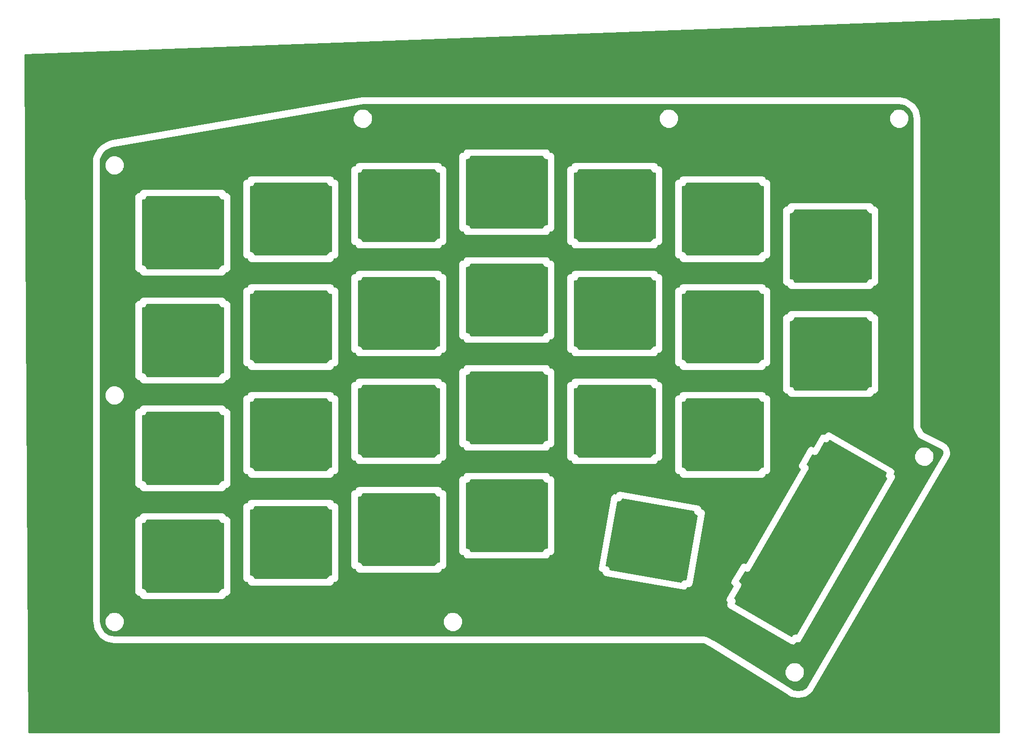
<source format=gbr>
G04 #@! TF.FileFunction,Copper,L2,Bot,Signal*
%FSLAX46Y46*%
G04 Gerber Fmt 4.6, Leading zero omitted, Abs format (unit mm)*
G04 Created by KiCad (PCBNEW 4.0.7) date 07/21/18 09:19:22*
%MOMM*%
%LPD*%
G01*
G04 APERTURE LIST*
%ADD10C,0.100000*%
%ADD11C,0.254000*%
G04 APERTURE END LIST*
D10*
D11*
G36*
X228473000Y-152273000D02*
X57276330Y-152273000D01*
X56739436Y-50800000D01*
X68505000Y-50800000D01*
X68505000Y-132715000D01*
X68518642Y-132783584D01*
X68518642Y-132853514D01*
X68760324Y-134068534D01*
X68841168Y-134263707D01*
X68866339Y-134324475D01*
X69554593Y-135354519D01*
X69750481Y-135550407D01*
X70780525Y-136238661D01*
X70855489Y-136269712D01*
X71036466Y-136344676D01*
X72251487Y-136586358D01*
X72321416Y-136586358D01*
X72390000Y-136600000D01*
X176362392Y-136600000D01*
X177453672Y-137145640D01*
X190750805Y-145377199D01*
X191614566Y-145954345D01*
X191870507Y-146060359D01*
X192901485Y-146265434D01*
X193178514Y-146265434D01*
X194209493Y-146060360D01*
X194465434Y-145954345D01*
X195339455Y-145370343D01*
X195354730Y-145355068D01*
X195374154Y-145345620D01*
X195452180Y-145257618D01*
X195535343Y-145174455D01*
X195543609Y-145154500D01*
X195557941Y-145138335D01*
X219687941Y-103863334D01*
X219718265Y-103775572D01*
X219759786Y-103692530D01*
X219906117Y-103158186D01*
X219911969Y-103075845D01*
X219925756Y-102881854D01*
X219856463Y-102332185D01*
X219788136Y-102127207D01*
X219768859Y-102069374D01*
X219494492Y-101588063D01*
X219370549Y-101445157D01*
X219312982Y-101378781D01*
X218875312Y-101039105D01*
X218812764Y-101007831D01*
X218757521Y-100964957D01*
X216217522Y-99694957D01*
X215159203Y-99165797D01*
X214705000Y-98257392D01*
X214705000Y-43815000D01*
X214691358Y-43746416D01*
X214691358Y-43676487D01*
X214449676Y-42461466D01*
X214343661Y-42205526D01*
X214343661Y-42205525D01*
X213655407Y-41175481D01*
X213459519Y-40979593D01*
X212429475Y-40291339D01*
X212173534Y-40185324D01*
X210958514Y-39943642D01*
X210888584Y-39943642D01*
X210820000Y-39930000D01*
X116205000Y-39930000D01*
X116145590Y-39941818D01*
X116085035Y-39940208D01*
X71635036Y-47560208D01*
X71537854Y-47597469D01*
X71437478Y-47624957D01*
X70167478Y-48259957D01*
X70077578Y-48329729D01*
X69982954Y-48392954D01*
X69347954Y-49027954D01*
X69284729Y-49122578D01*
X69214957Y-49212478D01*
X68579957Y-50482478D01*
X68573219Y-50507084D01*
X68559046Y-50528295D01*
X68536844Y-50639913D01*
X68506787Y-50749669D01*
X68509977Y-50774977D01*
X68505000Y-50800000D01*
X56739436Y-50800000D01*
X56642649Y-32507377D01*
X228473000Y-26166773D01*
X228473000Y-152273000D01*
X228473000Y-152273000D01*
G37*
X228473000Y-152273000D02*
X57276330Y-152273000D01*
X56739436Y-50800000D01*
X68505000Y-50800000D01*
X68505000Y-132715000D01*
X68518642Y-132783584D01*
X68518642Y-132853514D01*
X68760324Y-134068534D01*
X68841168Y-134263707D01*
X68866339Y-134324475D01*
X69554593Y-135354519D01*
X69750481Y-135550407D01*
X70780525Y-136238661D01*
X70855489Y-136269712D01*
X71036466Y-136344676D01*
X72251487Y-136586358D01*
X72321416Y-136586358D01*
X72390000Y-136600000D01*
X176362392Y-136600000D01*
X177453672Y-137145640D01*
X190750805Y-145377199D01*
X191614566Y-145954345D01*
X191870507Y-146060359D01*
X192901485Y-146265434D01*
X193178514Y-146265434D01*
X194209493Y-146060360D01*
X194465434Y-145954345D01*
X195339455Y-145370343D01*
X195354730Y-145355068D01*
X195374154Y-145345620D01*
X195452180Y-145257618D01*
X195535343Y-145174455D01*
X195543609Y-145154500D01*
X195557941Y-145138335D01*
X219687941Y-103863334D01*
X219718265Y-103775572D01*
X219759786Y-103692530D01*
X219906117Y-103158186D01*
X219911969Y-103075845D01*
X219925756Y-102881854D01*
X219856463Y-102332185D01*
X219788136Y-102127207D01*
X219768859Y-102069374D01*
X219494492Y-101588063D01*
X219370549Y-101445157D01*
X219312982Y-101378781D01*
X218875312Y-101039105D01*
X218812764Y-101007831D01*
X218757521Y-100964957D01*
X216217522Y-99694957D01*
X215159203Y-99165797D01*
X214705000Y-98257392D01*
X214705000Y-43815000D01*
X214691358Y-43746416D01*
X214691358Y-43676487D01*
X214449676Y-42461466D01*
X214343661Y-42205526D01*
X214343661Y-42205525D01*
X213655407Y-41175481D01*
X213459519Y-40979593D01*
X212429475Y-40291339D01*
X212173534Y-40185324D01*
X210958514Y-39943642D01*
X210888584Y-39943642D01*
X210820000Y-39930000D01*
X116205000Y-39930000D01*
X116145590Y-39941818D01*
X116085035Y-39940208D01*
X71635036Y-47560208D01*
X71537854Y-47597469D01*
X71437478Y-47624957D01*
X70167478Y-48259957D01*
X70077578Y-48329729D01*
X69982954Y-48392954D01*
X69347954Y-49027954D01*
X69284729Y-49122578D01*
X69214957Y-49212478D01*
X68579957Y-50482478D01*
X68573219Y-50507084D01*
X68559046Y-50528295D01*
X68536844Y-50639913D01*
X68506787Y-50749669D01*
X68509977Y-50774977D01*
X68505000Y-50800000D01*
X56739436Y-50800000D01*
X56642649Y-32507377D01*
X228473000Y-26166773D01*
X228473000Y-152273000D01*
G36*
X211757993Y-41550488D02*
X212553183Y-42081817D01*
X213084512Y-42877007D01*
X213285000Y-43884931D01*
X213285000Y-98425000D01*
X213289977Y-98450023D01*
X213286787Y-98475331D01*
X213316844Y-98585087D01*
X213339046Y-98696705D01*
X213353219Y-98717916D01*
X213359957Y-98742522D01*
X213994957Y-100012522D01*
X214049540Y-100082852D01*
X214093628Y-100160193D01*
X214133704Y-100191296D01*
X214164807Y-100231372D01*
X214242148Y-100275460D01*
X214312478Y-100330043D01*
X218059932Y-102203770D01*
X218330790Y-102413983D01*
X218465277Y-102649906D01*
X218499242Y-102919339D01*
X218414897Y-103227337D01*
X194414585Y-144280503D01*
X193793950Y-144695197D01*
X193040002Y-144845167D01*
X192286050Y-144695197D01*
X191529455Y-144189657D01*
X191517877Y-144184861D01*
X191508712Y-144176312D01*
X186889166Y-141316593D01*
X190659677Y-141316593D01*
X190669975Y-141632507D01*
X190669699Y-141948599D01*
X190681184Y-141976395D01*
X190682164Y-142006453D01*
X190902901Y-142539359D01*
X190915954Y-142544581D01*
X190933281Y-142586515D01*
X191420918Y-143075004D01*
X191465149Y-143093370D01*
X191470641Y-143107099D01*
X191766448Y-143218481D01*
X192058373Y-143339699D01*
X192088448Y-143339725D01*
X192116593Y-143350323D01*
X192432507Y-143340025D01*
X192748599Y-143340301D01*
X192776395Y-143328816D01*
X192806453Y-143327836D01*
X193339359Y-143107099D01*
X193344581Y-143094046D01*
X193386515Y-143076719D01*
X193875004Y-142589082D01*
X193893370Y-142544851D01*
X193907099Y-142539359D01*
X194018481Y-142243552D01*
X194139699Y-141951627D01*
X194139725Y-141921552D01*
X194150323Y-141893407D01*
X194140025Y-141577493D01*
X194140301Y-141261401D01*
X194128816Y-141233605D01*
X194127836Y-141203547D01*
X193907099Y-140670641D01*
X193894046Y-140665419D01*
X193876719Y-140623485D01*
X193389082Y-140134996D01*
X193344851Y-140116630D01*
X193339359Y-140102901D01*
X193043552Y-139991519D01*
X192751627Y-139870301D01*
X192721552Y-139870275D01*
X192693407Y-139859677D01*
X192377493Y-139869975D01*
X192061401Y-139869699D01*
X192033605Y-139881184D01*
X192003547Y-139882164D01*
X191470641Y-140102901D01*
X191465419Y-140115954D01*
X191423485Y-140133281D01*
X190934996Y-140620918D01*
X190916630Y-140665149D01*
X190902901Y-140670641D01*
X190791519Y-140966448D01*
X190670301Y-141258373D01*
X190670275Y-141288448D01*
X190659677Y-141316593D01*
X186889166Y-141316593D01*
X178173712Y-135921312D01*
X178143231Y-135909910D01*
X178117522Y-135889957D01*
X176847522Y-135254957D01*
X176822916Y-135248219D01*
X176801705Y-135234046D01*
X176690087Y-135211844D01*
X176580331Y-135181787D01*
X176555023Y-135184977D01*
X176530000Y-135180000D01*
X72459931Y-135180000D01*
X71452007Y-134979512D01*
X70656817Y-134448183D01*
X70125488Y-133652993D01*
X69925000Y-132645069D01*
X69925000Y-132426593D01*
X70644677Y-132426593D01*
X70654975Y-132742507D01*
X70654699Y-133058599D01*
X70666184Y-133086395D01*
X70667164Y-133116453D01*
X70887901Y-133649359D01*
X70900954Y-133654581D01*
X70918281Y-133696515D01*
X71405918Y-134185004D01*
X71450149Y-134203370D01*
X71455641Y-134217099D01*
X71751448Y-134328481D01*
X72043373Y-134449699D01*
X72073448Y-134449725D01*
X72101593Y-134460323D01*
X72417507Y-134450025D01*
X72733599Y-134450301D01*
X72761395Y-134438816D01*
X72791453Y-134437836D01*
X73324359Y-134217099D01*
X73329581Y-134204046D01*
X73371515Y-134186719D01*
X73860004Y-133699082D01*
X73878370Y-133654851D01*
X73892099Y-133649359D01*
X74003481Y-133353552D01*
X74124699Y-133061627D01*
X74124725Y-133031552D01*
X74135323Y-133003407D01*
X74125025Y-132687493D01*
X74125252Y-132426593D01*
X130334677Y-132426593D01*
X130344975Y-132742507D01*
X130344699Y-133058599D01*
X130356184Y-133086395D01*
X130357164Y-133116453D01*
X130577901Y-133649359D01*
X130590954Y-133654581D01*
X130608281Y-133696515D01*
X131095918Y-134185004D01*
X131140149Y-134203370D01*
X131145641Y-134217099D01*
X131441448Y-134328481D01*
X131733373Y-134449699D01*
X131763448Y-134449725D01*
X131791593Y-134460323D01*
X132107507Y-134450025D01*
X132423599Y-134450301D01*
X132451395Y-134438816D01*
X132481453Y-134437836D01*
X133014359Y-134217099D01*
X133019581Y-134204046D01*
X133061515Y-134186719D01*
X133550004Y-133699082D01*
X133568370Y-133654851D01*
X133582099Y-133649359D01*
X133693481Y-133353552D01*
X133814699Y-133061627D01*
X133814725Y-133031552D01*
X133825323Y-133003407D01*
X133815025Y-132687493D01*
X133815301Y-132371401D01*
X133803816Y-132343605D01*
X133802836Y-132313547D01*
X133582099Y-131780641D01*
X133569046Y-131775419D01*
X133551719Y-131733485D01*
X133064082Y-131244996D01*
X133019851Y-131226630D01*
X133014359Y-131212901D01*
X132718552Y-131101519D01*
X132426627Y-130980301D01*
X132396552Y-130980275D01*
X132368407Y-130969677D01*
X132052493Y-130979975D01*
X131736401Y-130979699D01*
X131708605Y-130991184D01*
X131678547Y-130992164D01*
X131145641Y-131212901D01*
X131140419Y-131225954D01*
X131098485Y-131243281D01*
X130609996Y-131730918D01*
X130591630Y-131775149D01*
X130577901Y-131780641D01*
X130466519Y-132076448D01*
X130345301Y-132368373D01*
X130345275Y-132398448D01*
X130334677Y-132426593D01*
X74125252Y-132426593D01*
X74125301Y-132371401D01*
X74113816Y-132343605D01*
X74112836Y-132313547D01*
X73892099Y-131780641D01*
X73879046Y-131775419D01*
X73861719Y-131733485D01*
X73374082Y-131244996D01*
X73329851Y-131226630D01*
X73324359Y-131212901D01*
X73028552Y-131101519D01*
X72736627Y-130980301D01*
X72706552Y-130980275D01*
X72678407Y-130969677D01*
X72362493Y-130979975D01*
X72046401Y-130979699D01*
X72018605Y-130991184D01*
X71988547Y-130992164D01*
X71455641Y-131212901D01*
X71450419Y-131225954D01*
X71408485Y-131243281D01*
X70919996Y-131730918D01*
X70901630Y-131775149D01*
X70887901Y-131780641D01*
X70776519Y-132076448D01*
X70655301Y-132368373D01*
X70655275Y-132398448D01*
X70644677Y-132426593D01*
X69925000Y-132426593D01*
X69925000Y-114693580D01*
X75952670Y-114693580D01*
X75952670Y-127492880D01*
X76004813Y-127755018D01*
X76153302Y-127977248D01*
X76375532Y-128125737D01*
X76637670Y-128177880D01*
X76768679Y-128177880D01*
X76804073Y-128355818D01*
X76952562Y-128578048D01*
X77174792Y-128726537D01*
X77436930Y-128778680D01*
X91436480Y-128778680D01*
X91698618Y-128726537D01*
X91763524Y-128683168D01*
X180229497Y-128683168D01*
X180238206Y-128816421D01*
X180246768Y-128949269D01*
X180246908Y-128949554D01*
X180246929Y-128949873D01*
X180306008Y-129069726D01*
X180364719Y-129189108D01*
X180364958Y-129189318D01*
X180365099Y-129189604D01*
X180465409Y-129277605D01*
X180500354Y-129308319D01*
X180434611Y-129422021D01*
X180434536Y-129422240D01*
X180434385Y-129422413D01*
X180391680Y-129548228D01*
X180348538Y-129675056D01*
X180348553Y-129675287D01*
X180348479Y-129675505D01*
X180357197Y-129808480D01*
X180365848Y-129941769D01*
X180365950Y-129941976D01*
X180365965Y-129942206D01*
X180424749Y-130061400D01*
X180483907Y-130181554D01*
X180484082Y-130181707D01*
X180484183Y-130181913D01*
X180583982Y-130269431D01*
X180684741Y-130357909D01*
X180684960Y-130357984D01*
X180685133Y-130358135D01*
X191770133Y-136757735D01*
X191895740Y-136800369D01*
X192021440Y-136843404D01*
X192022357Y-136843346D01*
X192023225Y-136843641D01*
X192155592Y-136834962D01*
X192288186Y-136826619D01*
X192289011Y-136826215D01*
X192289926Y-136826155D01*
X192409091Y-136767386D01*
X192528203Y-136709032D01*
X192528809Y-136708345D01*
X192529634Y-136707938D01*
X192617274Y-136607999D01*
X192704953Y-136508545D01*
X192771441Y-136394074D01*
X192942977Y-136452300D01*
X192943562Y-136452262D01*
X192943823Y-136452350D01*
X193060982Y-136444564D01*
X193209678Y-136434817D01*
X193209992Y-136434662D01*
X193210508Y-136434628D01*
X193409881Y-136336085D01*
X193449387Y-136316602D01*
X193449455Y-136316525D01*
X193450112Y-136316200D01*
X193626156Y-136115094D01*
X193626470Y-136114166D01*
X210150851Y-107492394D01*
X210193491Y-107366774D01*
X210236662Y-107240051D01*
X210236637Y-107239665D01*
X210236760Y-107239303D01*
X210228072Y-107106772D01*
X210219472Y-106973331D01*
X210219302Y-106972986D01*
X210219277Y-106972602D01*
X210160512Y-106853442D01*
X210101522Y-106733492D01*
X210101231Y-106733237D01*
X210101062Y-106732893D01*
X210000903Y-106645057D01*
X209965332Y-106613794D01*
X210031000Y-106499936D01*
X210073681Y-106374018D01*
X210116762Y-106247095D01*
X210116752Y-106246946D01*
X210116799Y-106246808D01*
X210108064Y-106114437D01*
X210099275Y-105980395D01*
X210099210Y-105980263D01*
X210099200Y-105980115D01*
X210040266Y-105860743D01*
X209981058Y-105740687D01*
X209980946Y-105740589D01*
X209980881Y-105740457D01*
X209881173Y-105653094D01*
X209780107Y-105564465D01*
X205713266Y-103216593D01*
X213519677Y-103216593D01*
X213529975Y-103532507D01*
X213529699Y-103848599D01*
X213541184Y-103876395D01*
X213542164Y-103906453D01*
X213762901Y-104439359D01*
X213775954Y-104444581D01*
X213793281Y-104486515D01*
X214280918Y-104975004D01*
X214325149Y-104993370D01*
X214330641Y-105007099D01*
X214626448Y-105118481D01*
X214918373Y-105239699D01*
X214948448Y-105239725D01*
X214976593Y-105250323D01*
X215292507Y-105240025D01*
X215608599Y-105240301D01*
X215636395Y-105228816D01*
X215666453Y-105227836D01*
X216199359Y-105007099D01*
X216204581Y-104994046D01*
X216246515Y-104976719D01*
X216735004Y-104489082D01*
X216753370Y-104444851D01*
X216767099Y-104439359D01*
X216878481Y-104143552D01*
X216999699Y-103851627D01*
X216999725Y-103821552D01*
X217010323Y-103793407D01*
X217000025Y-103477493D01*
X217000301Y-103161401D01*
X216988816Y-103133605D01*
X216987836Y-103103547D01*
X216767099Y-102570641D01*
X216754046Y-102565419D01*
X216736719Y-102523485D01*
X216249082Y-102034996D01*
X216204851Y-102016630D01*
X216199359Y-102002901D01*
X215903552Y-101891519D01*
X215611627Y-101770301D01*
X215581552Y-101770275D01*
X215553407Y-101759677D01*
X215237493Y-101769975D01*
X214921401Y-101769699D01*
X214893605Y-101781184D01*
X214863547Y-101782164D01*
X214330641Y-102002901D01*
X214325419Y-102015954D01*
X214283485Y-102033281D01*
X213794996Y-102520918D01*
X213776630Y-102565149D01*
X213762901Y-102570641D01*
X213651519Y-102866448D01*
X213530301Y-103158373D01*
X213530275Y-103188448D01*
X213519677Y-103216593D01*
X205713266Y-103216593D01*
X198695107Y-99164865D01*
X198694966Y-99164817D01*
X198694855Y-99164720D01*
X198568599Y-99121925D01*
X198442015Y-99078959D01*
X198441868Y-99078969D01*
X198441727Y-99078921D01*
X198308098Y-99087739D01*
X198175314Y-99096445D01*
X198175182Y-99096510D01*
X198175034Y-99096520D01*
X198055192Y-99155686D01*
X197935607Y-99214663D01*
X197935510Y-99214774D01*
X197935376Y-99214840D01*
X197847429Y-99315214D01*
X197759385Y-99415613D01*
X197759337Y-99415754D01*
X197759240Y-99415865D01*
X197693738Y-99529435D01*
X197649440Y-99514471D01*
X197522640Y-99471509D01*
X197522324Y-99471530D01*
X197522028Y-99471430D01*
X197389316Y-99480325D01*
X197255949Y-99489143D01*
X197255668Y-99489282D01*
X197255353Y-99489303D01*
X197135436Y-99548660D01*
X197016307Y-99607493D01*
X197016101Y-99607729D01*
X197015817Y-99607869D01*
X196927854Y-99708471D01*
X196840196Y-99808541D01*
X195714134Y-101761529D01*
X195652026Y-101727111D01*
X195530224Y-101688136D01*
X195409208Y-101647096D01*
X195403203Y-101647491D01*
X195397467Y-101645656D01*
X195270043Y-101656257D01*
X195142512Y-101664652D01*
X195137114Y-101667316D01*
X195131114Y-101667815D01*
X195017475Y-101726358D01*
X194902836Y-101782933D01*
X194898867Y-101787461D01*
X194893516Y-101790218D01*
X194810939Y-101887781D01*
X194726667Y-101983930D01*
X193077676Y-104841958D01*
X193035010Y-104967768D01*
X192992098Y-105093111D01*
X192992161Y-105094116D01*
X192991837Y-105095072D01*
X193000556Y-105227511D01*
X193008884Y-105359857D01*
X193009328Y-105360763D01*
X193009394Y-105361769D01*
X193068079Y-105480684D01*
X193126472Y-105599874D01*
X193127229Y-105600541D01*
X193127675Y-105601445D01*
X193227419Y-105688868D01*
X193326959Y-105776622D01*
X193382562Y-105808918D01*
X183811492Y-122372226D01*
X183765052Y-122345251D01*
X183764332Y-122345005D01*
X183763762Y-122344504D01*
X183638200Y-122301820D01*
X183512188Y-122258677D01*
X183511427Y-122258725D01*
X183510710Y-122258481D01*
X183378353Y-122267097D01*
X183245442Y-122275459D01*
X183244759Y-122275794D01*
X183244001Y-122275843D01*
X183124865Y-122334529D01*
X183005423Y-122393043D01*
X183004920Y-122393614D01*
X183004239Y-122393949D01*
X182916655Y-122493731D01*
X182828671Y-122593528D01*
X182828425Y-122594248D01*
X182827924Y-122594818D01*
X181176924Y-125451517D01*
X181176556Y-125452600D01*
X181175804Y-125453462D01*
X181133572Y-125579044D01*
X181090900Y-125704568D01*
X181090974Y-125705710D01*
X181090610Y-125706794D01*
X181099654Y-125839043D01*
X181108263Y-125971278D01*
X181108768Y-125972303D01*
X181108846Y-125973444D01*
X181167822Y-126092186D01*
X181226369Y-126211040D01*
X181227228Y-126211794D01*
X181227737Y-126212819D01*
X181327680Y-126299967D01*
X181427238Y-126387355D01*
X181428321Y-126387723D01*
X181429183Y-126388475D01*
X181478374Y-126416690D01*
X180315454Y-128430094D01*
X180272505Y-128556544D01*
X180229579Y-128682549D01*
X180229599Y-128682866D01*
X180229497Y-128683168D01*
X91763524Y-128683168D01*
X91920848Y-128578048D01*
X92069337Y-128355818D01*
X92104731Y-128177880D01*
X92237080Y-128177880D01*
X92499218Y-128125737D01*
X92721448Y-127977248D01*
X92869937Y-127755018D01*
X92922080Y-127492880D01*
X92922080Y-114693580D01*
X92869937Y-114431442D01*
X92721448Y-114209212D01*
X92499218Y-114060723D01*
X92237080Y-114008580D01*
X92104453Y-114008580D01*
X92069337Y-113832042D01*
X91920848Y-113609812D01*
X91698618Y-113461323D01*
X91436480Y-113409180D01*
X77436930Y-113409180D01*
X77174792Y-113461323D01*
X76952562Y-113609812D01*
X76804073Y-113832042D01*
X76768957Y-114008580D01*
X76637670Y-114008580D01*
X76375532Y-114060723D01*
X76153302Y-114209212D01*
X76004813Y-114431442D01*
X75952670Y-114693580D01*
X69925000Y-114693580D01*
X69925000Y-112312380D01*
X95002680Y-112312380D01*
X95002680Y-125112980D01*
X95054823Y-125375118D01*
X95203312Y-125597348D01*
X95425542Y-125745837D01*
X95687680Y-125797980D01*
X95818987Y-125797980D01*
X95854123Y-125974618D01*
X96002612Y-126196848D01*
X96224842Y-126345337D01*
X96486980Y-126397480D01*
X110486280Y-126397480D01*
X110748418Y-126345337D01*
X110970648Y-126196848D01*
X111119137Y-125974618D01*
X111154273Y-125797980D01*
X111287080Y-125797980D01*
X111549218Y-125745837D01*
X111771448Y-125597348D01*
X111919937Y-125375118D01*
X111972080Y-125112980D01*
X111972080Y-112312380D01*
X111919937Y-112050242D01*
X111771448Y-111828012D01*
X111549218Y-111679523D01*
X111287080Y-111627380D01*
X111154253Y-111627380D01*
X111119137Y-111450842D01*
X110970648Y-111228612D01*
X110748418Y-111080123D01*
X110486280Y-111027980D01*
X96486980Y-111027980D01*
X96224842Y-111080123D01*
X96002612Y-111228612D01*
X95854123Y-111450842D01*
X95819007Y-111627380D01*
X95687680Y-111627380D01*
X95425542Y-111679523D01*
X95203312Y-111828012D01*
X95054823Y-112050242D01*
X95002680Y-112312380D01*
X69925000Y-112312380D01*
X69925000Y-110027580D01*
X114052580Y-110027580D01*
X114052580Y-122826780D01*
X114104723Y-123088918D01*
X114253212Y-123311148D01*
X114475442Y-123459637D01*
X114737580Y-123511780D01*
X114868987Y-123511780D01*
X114904123Y-123688418D01*
X115052612Y-123910648D01*
X115274842Y-124059137D01*
X115536980Y-124111280D01*
X129536280Y-124111280D01*
X129798418Y-124059137D01*
X130020648Y-123910648D01*
X130169137Y-123688418D01*
X130204273Y-123511780D01*
X130337080Y-123511780D01*
X130599218Y-123459637D01*
X130821448Y-123311148D01*
X130901429Y-123191447D01*
X157717901Y-123191447D01*
X157720899Y-123329622D01*
X157723684Y-123458590D01*
X157723698Y-123458622D01*
X157723699Y-123458658D01*
X157777447Y-123580851D01*
X157831272Y-123703253D01*
X157831298Y-123703278D01*
X157831312Y-123703310D01*
X157928317Y-123796195D01*
X158024299Y-123888119D01*
X158024332Y-123888132D01*
X158024358Y-123888157D01*
X158154032Y-123938603D01*
X158273378Y-123985046D01*
X158273443Y-123985058D01*
X158273447Y-123985059D01*
X158273451Y-123985059D01*
X158404796Y-124008249D01*
X158405917Y-124056232D01*
X158408820Y-124189153D01*
X158409036Y-124189643D01*
X158409048Y-124190177D01*
X158462767Y-124311752D01*
X158516468Y-124433790D01*
X158516855Y-124434161D01*
X158517071Y-124434649D01*
X158613177Y-124526365D01*
X158709540Y-124618609D01*
X158710040Y-124618803D01*
X158710426Y-124619172D01*
X158834594Y-124667237D01*
X158958643Y-124715475D01*
X172745843Y-127146275D01*
X172746310Y-127146265D01*
X172746747Y-127146434D01*
X172879709Y-127143352D01*
X173013053Y-127140440D01*
X173013483Y-127140251D01*
X173013948Y-127140240D01*
X173135484Y-127086566D01*
X173257689Y-127032792D01*
X173258012Y-127032454D01*
X173258441Y-127032265D01*
X173350648Y-126935682D01*
X173442509Y-126839720D01*
X173442678Y-126839285D01*
X173443002Y-126838946D01*
X173491205Y-126714493D01*
X173507917Y-126671516D01*
X173637135Y-126694339D01*
X173637225Y-126694337D01*
X173637310Y-126694370D01*
X173771955Y-126691436D01*
X173904346Y-126688585D01*
X173904428Y-126688549D01*
X173904521Y-126688547D01*
X174029360Y-126633621D01*
X174149016Y-126581013D01*
X174149078Y-126580948D01*
X174149163Y-126580911D01*
X174242163Y-126483768D01*
X174333896Y-126387998D01*
X174333929Y-126387912D01*
X174333991Y-126387848D01*
X174381852Y-126264786D01*
X174430839Y-126138926D01*
X174430837Y-126138835D01*
X174430870Y-126138750D01*
X176653870Y-113533749D01*
X176653870Y-113533730D01*
X176653877Y-113533711D01*
X176651020Y-113402977D01*
X176648047Y-113266539D01*
X176648038Y-113266519D01*
X176648038Y-113266501D01*
X176594908Y-113145762D01*
X176540411Y-113021897D01*
X176540397Y-113021884D01*
X176540389Y-113021865D01*
X176442302Y-112927972D01*
X176347348Y-112837068D01*
X176347329Y-112837061D01*
X176347315Y-112837047D01*
X176229962Y-112791415D01*
X176098250Y-112740190D01*
X176098228Y-112740190D01*
X176098211Y-112740184D01*
X175967992Y-112717226D01*
X175966961Y-112669994D01*
X175964225Y-112537048D01*
X175964051Y-112536650D01*
X175964041Y-112536212D01*
X175910215Y-112413886D01*
X175856885Y-112292276D01*
X175856571Y-112291974D01*
X175856395Y-112291575D01*
X175760301Y-112199587D01*
X175664046Y-112107214D01*
X175663638Y-112107055D01*
X175663324Y-112106754D01*
X175539412Y-112058568D01*
X175415065Y-112010034D01*
X175414628Y-112010043D01*
X175414222Y-112009885D01*
X161627747Y-109579096D01*
X161627744Y-109579095D01*
X161627741Y-109579095D01*
X161627122Y-109578986D01*
X161494123Y-109581889D01*
X161360528Y-109584683D01*
X161360234Y-109584812D01*
X161359912Y-109584819D01*
X161237912Y-109638502D01*
X161115792Y-109692103D01*
X161115569Y-109692336D01*
X161115275Y-109692465D01*
X161023238Y-109788610D01*
X160930793Y-109885004D01*
X160930676Y-109885304D01*
X160930454Y-109885536D01*
X160882382Y-110009155D01*
X160864947Y-110053869D01*
X160736031Y-110031058D01*
X160735868Y-110031061D01*
X160735713Y-110031001D01*
X160601629Y-110033910D01*
X160468818Y-110036729D01*
X160468667Y-110036795D01*
X160468502Y-110036799D01*
X160345968Y-110090697D01*
X160224115Y-110144227D01*
X160224002Y-110144345D01*
X160223850Y-110144412D01*
X160130898Y-110241487D01*
X160039177Y-110337186D01*
X160039118Y-110337338D01*
X160039003Y-110337458D01*
X159990497Y-110462145D01*
X159942158Y-110586229D01*
X159942162Y-110586394D01*
X159942102Y-110586547D01*
X157717901Y-123191447D01*
X130901429Y-123191447D01*
X130969937Y-123088918D01*
X131022080Y-122826780D01*
X131022080Y-110027580D01*
X130969937Y-109765442D01*
X130821448Y-109543212D01*
X130599218Y-109394723D01*
X130337080Y-109342580D01*
X130204531Y-109342580D01*
X130169137Y-109164642D01*
X130020648Y-108942412D01*
X129798418Y-108793923D01*
X129536280Y-108741780D01*
X115536980Y-108741780D01*
X115274842Y-108793923D01*
X115052612Y-108942412D01*
X114904123Y-109164642D01*
X114868729Y-109342580D01*
X114737580Y-109342580D01*
X114475442Y-109394723D01*
X114253212Y-109543212D01*
X114104723Y-109765442D01*
X114052580Y-110027580D01*
X69925000Y-110027580D01*
X69925000Y-95643480D01*
X75952670Y-95643480D01*
X75952670Y-108442880D01*
X76004813Y-108705018D01*
X76153302Y-108927248D01*
X76375532Y-109075737D01*
X76637670Y-109127880D01*
X76768679Y-109127880D01*
X76804073Y-109305818D01*
X76952562Y-109528048D01*
X77174792Y-109676537D01*
X77436930Y-109728680D01*
X91436480Y-109728680D01*
X91698618Y-109676537D01*
X91920848Y-109528048D01*
X92069337Y-109305818D01*
X92104731Y-109127880D01*
X92237080Y-109127880D01*
X92499218Y-109075737D01*
X92721448Y-108927248D01*
X92869937Y-108705018D01*
X92922080Y-108442880D01*
X92922080Y-107549880D01*
X133102580Y-107549880D01*
X133102580Y-120350480D01*
X133154723Y-120612618D01*
X133303212Y-120834848D01*
X133525442Y-120983337D01*
X133787580Y-121035480D01*
X133918987Y-121035480D01*
X133954123Y-121212118D01*
X134102612Y-121434348D01*
X134324842Y-121582837D01*
X134586980Y-121634980D01*
X148586280Y-121634980D01*
X148848418Y-121582837D01*
X149070648Y-121434348D01*
X149219137Y-121212118D01*
X149254273Y-121035480D01*
X149387080Y-121035480D01*
X149649218Y-120983337D01*
X149871448Y-120834848D01*
X150019937Y-120612618D01*
X150072080Y-120350480D01*
X150072080Y-107549880D01*
X150019937Y-107287742D01*
X149871448Y-107065512D01*
X149649218Y-106917023D01*
X149387080Y-106864880D01*
X149254253Y-106864880D01*
X149219137Y-106688342D01*
X149070648Y-106466112D01*
X148848418Y-106317623D01*
X148586280Y-106265480D01*
X134586980Y-106265480D01*
X134324842Y-106317623D01*
X134102612Y-106466112D01*
X133954123Y-106688342D01*
X133919007Y-106864880D01*
X133787580Y-106864880D01*
X133525442Y-106917023D01*
X133303212Y-107065512D01*
X133154723Y-107287742D01*
X133102580Y-107549880D01*
X92922080Y-107549880D01*
X92922080Y-95643480D01*
X92869937Y-95381342D01*
X92721448Y-95159112D01*
X92499218Y-95010623D01*
X92237080Y-94958480D01*
X92104433Y-94958480D01*
X92069337Y-94782042D01*
X91920848Y-94559812D01*
X91698618Y-94411323D01*
X91436480Y-94359180D01*
X77436930Y-94359180D01*
X77174792Y-94411323D01*
X76952562Y-94559812D01*
X76804073Y-94782042D01*
X76768977Y-94958480D01*
X76637670Y-94958480D01*
X76375532Y-95010623D01*
X76153302Y-95159112D01*
X76004813Y-95381342D01*
X75952670Y-95643480D01*
X69925000Y-95643480D01*
X69925000Y-92421593D01*
X70644677Y-92421593D01*
X70654975Y-92737507D01*
X70654699Y-93053599D01*
X70666184Y-93081395D01*
X70667164Y-93111453D01*
X70887901Y-93644359D01*
X70900954Y-93649581D01*
X70918281Y-93691515D01*
X71405918Y-94180004D01*
X71450149Y-94198370D01*
X71455641Y-94212099D01*
X71751448Y-94323481D01*
X72043373Y-94444699D01*
X72073448Y-94444725D01*
X72101593Y-94455323D01*
X72417507Y-94445025D01*
X72733599Y-94445301D01*
X72761395Y-94433816D01*
X72791453Y-94432836D01*
X73324359Y-94212099D01*
X73329581Y-94199046D01*
X73371515Y-94181719D01*
X73860004Y-93694082D01*
X73878370Y-93649851D01*
X73892099Y-93644359D01*
X74003481Y-93348552D01*
X74039304Y-93262280D01*
X95002680Y-93262280D01*
X95002680Y-106062980D01*
X95054823Y-106325118D01*
X95203312Y-106547348D01*
X95425542Y-106695837D01*
X95687680Y-106747980D01*
X95818987Y-106747980D01*
X95854123Y-106924618D01*
X96002612Y-107146848D01*
X96224842Y-107295337D01*
X96486980Y-107347480D01*
X110486280Y-107347480D01*
X110748418Y-107295337D01*
X110970648Y-107146848D01*
X111119137Y-106924618D01*
X111154273Y-106747980D01*
X111287080Y-106747980D01*
X111549218Y-106695837D01*
X111771448Y-106547348D01*
X111919937Y-106325118D01*
X111972080Y-106062980D01*
X111972080Y-93262280D01*
X111919937Y-93000142D01*
X111771448Y-92777912D01*
X111549218Y-92629423D01*
X111287080Y-92577280D01*
X111154253Y-92577280D01*
X111119137Y-92400742D01*
X110970648Y-92178512D01*
X110748418Y-92030023D01*
X110486280Y-91977880D01*
X96486980Y-91977880D01*
X96224842Y-92030023D01*
X96002612Y-92178512D01*
X95854123Y-92400742D01*
X95819007Y-92577280D01*
X95687680Y-92577280D01*
X95425542Y-92629423D01*
X95203312Y-92777912D01*
X95054823Y-93000142D01*
X95002680Y-93262280D01*
X74039304Y-93262280D01*
X74124699Y-93056627D01*
X74124725Y-93026552D01*
X74135323Y-92998407D01*
X74125025Y-92682493D01*
X74125301Y-92366401D01*
X74113816Y-92338605D01*
X74112836Y-92308547D01*
X73892099Y-91775641D01*
X73879046Y-91770419D01*
X73861719Y-91728485D01*
X73374082Y-91239996D01*
X73329851Y-91221630D01*
X73324359Y-91207901D01*
X73028552Y-91096519D01*
X72736627Y-90975301D01*
X72706552Y-90975275D01*
X72678407Y-90964677D01*
X72362493Y-90974975D01*
X72046401Y-90974699D01*
X72018605Y-90986184D01*
X71988547Y-90987164D01*
X71455641Y-91207901D01*
X71450419Y-91220954D01*
X71408485Y-91238281D01*
X70919996Y-91725918D01*
X70901630Y-91770149D01*
X70887901Y-91775641D01*
X70776519Y-92071448D01*
X70655301Y-92363373D01*
X70655275Y-92393448D01*
X70644677Y-92421593D01*
X69925000Y-92421593D01*
X69925000Y-90880980D01*
X114052580Y-90880980D01*
X114052580Y-103681580D01*
X114104723Y-103943718D01*
X114253212Y-104165948D01*
X114475442Y-104314437D01*
X114737580Y-104366580D01*
X114868967Y-104366580D01*
X114904123Y-104543318D01*
X115052612Y-104765548D01*
X115274842Y-104914037D01*
X115536980Y-104966180D01*
X129536280Y-104966180D01*
X129798418Y-104914037D01*
X130020648Y-104765548D01*
X130169137Y-104543318D01*
X130204293Y-104366580D01*
X130337080Y-104366580D01*
X130599218Y-104314437D01*
X130821448Y-104165948D01*
X130969937Y-103943718D01*
X131022080Y-103681580D01*
X131022080Y-90880980D01*
X130969937Y-90618842D01*
X130821448Y-90396612D01*
X130599218Y-90248123D01*
X130337080Y-90195980D01*
X130204233Y-90195980D01*
X130169137Y-90019542D01*
X130020648Y-89797312D01*
X129798418Y-89648823D01*
X129536280Y-89596680D01*
X115536980Y-89596680D01*
X115274842Y-89648823D01*
X115052612Y-89797312D01*
X114904123Y-90019542D01*
X114869027Y-90195980D01*
X114737580Y-90195980D01*
X114475442Y-90248123D01*
X114253212Y-90396612D01*
X114104723Y-90618842D01*
X114052580Y-90880980D01*
X69925000Y-90880980D01*
X69925000Y-76593480D01*
X75952670Y-76593480D01*
X75952670Y-89392980D01*
X76004813Y-89655118D01*
X76153302Y-89877348D01*
X76375532Y-90025837D01*
X76637670Y-90077980D01*
X76768679Y-90077980D01*
X76804073Y-90255918D01*
X76952562Y-90478148D01*
X77174792Y-90626637D01*
X77436930Y-90678780D01*
X91436480Y-90678780D01*
X91698618Y-90626637D01*
X91920848Y-90478148D01*
X92069337Y-90255918D01*
X92104731Y-90077980D01*
X92237080Y-90077980D01*
X92499218Y-90025837D01*
X92721448Y-89877348D01*
X92869937Y-89655118D01*
X92922080Y-89392980D01*
X92922080Y-88499780D01*
X133102580Y-88499780D01*
X133102580Y-101300280D01*
X133154723Y-101562418D01*
X133303212Y-101784648D01*
X133525442Y-101933137D01*
X133787580Y-101985280D01*
X133918927Y-101985280D01*
X133954123Y-102162218D01*
X134102612Y-102384448D01*
X134324842Y-102532937D01*
X134586980Y-102585080D01*
X148586280Y-102585080D01*
X148848418Y-102532937D01*
X149070648Y-102384448D01*
X149219137Y-102162218D01*
X149254333Y-101985280D01*
X149387080Y-101985280D01*
X149649218Y-101933137D01*
X149871448Y-101784648D01*
X150019937Y-101562418D01*
X150072080Y-101300280D01*
X150072080Y-90880980D01*
X152152580Y-90880980D01*
X152152580Y-103681580D01*
X152204723Y-103943718D01*
X152353212Y-104165948D01*
X152575442Y-104314437D01*
X152837580Y-104366580D01*
X152968967Y-104366580D01*
X153004123Y-104543318D01*
X153152612Y-104765548D01*
X153374842Y-104914037D01*
X153636980Y-104966180D01*
X167636280Y-104966180D01*
X167898418Y-104914037D01*
X168120648Y-104765548D01*
X168269137Y-104543318D01*
X168304293Y-104366580D01*
X168435680Y-104366580D01*
X168697818Y-104314437D01*
X168920048Y-104165948D01*
X169068537Y-103943718D01*
X169120680Y-103681580D01*
X169120680Y-93262280D01*
X171202580Y-93262280D01*
X171202580Y-106062980D01*
X171254723Y-106325118D01*
X171403212Y-106547348D01*
X171625442Y-106695837D01*
X171887580Y-106747980D01*
X172018987Y-106747980D01*
X172054123Y-106924618D01*
X172202612Y-107146848D01*
X172424842Y-107295337D01*
X172686980Y-107347480D01*
X186686280Y-107347480D01*
X186948418Y-107295337D01*
X187170648Y-107146848D01*
X187319137Y-106924618D01*
X187354273Y-106747980D01*
X187487280Y-106747980D01*
X187749418Y-106695837D01*
X187971648Y-106547348D01*
X188120137Y-106325118D01*
X188172280Y-106062980D01*
X188172280Y-93262280D01*
X188120137Y-93000142D01*
X187971648Y-92777912D01*
X187749418Y-92629423D01*
X187487280Y-92577280D01*
X187354253Y-92577280D01*
X187319137Y-92400742D01*
X187170648Y-92178512D01*
X186948418Y-92030023D01*
X186686280Y-91977880D01*
X172686980Y-91977880D01*
X172424842Y-92030023D01*
X172202612Y-92178512D01*
X172054123Y-92400742D01*
X172019007Y-92577280D01*
X171887580Y-92577280D01*
X171625442Y-92629423D01*
X171403212Y-92777912D01*
X171254723Y-93000142D01*
X171202580Y-93262280D01*
X169120680Y-93262280D01*
X169120680Y-90880980D01*
X169068537Y-90618842D01*
X168920048Y-90396612D01*
X168697818Y-90248123D01*
X168435680Y-90195980D01*
X168304233Y-90195980D01*
X168269137Y-90019542D01*
X168120648Y-89797312D01*
X167898418Y-89648823D01*
X167636280Y-89596680D01*
X153636980Y-89596680D01*
X153374842Y-89648823D01*
X153152612Y-89797312D01*
X153004123Y-90019542D01*
X152969027Y-90195980D01*
X152837580Y-90195980D01*
X152575442Y-90248123D01*
X152353212Y-90396612D01*
X152204723Y-90618842D01*
X152152580Y-90880980D01*
X150072080Y-90880980D01*
X150072080Y-88499780D01*
X150019937Y-88237642D01*
X149871448Y-88015412D01*
X149649218Y-87866923D01*
X149387080Y-87814780D01*
X149254253Y-87814780D01*
X149219137Y-87638242D01*
X149070648Y-87416012D01*
X148848418Y-87267523D01*
X148586280Y-87215380D01*
X134586980Y-87215380D01*
X134324842Y-87267523D01*
X134102612Y-87416012D01*
X133954123Y-87638242D01*
X133919007Y-87814780D01*
X133787580Y-87814780D01*
X133525442Y-87866923D01*
X133303212Y-88015412D01*
X133154723Y-88237642D01*
X133102580Y-88499780D01*
X92922080Y-88499780D01*
X92922080Y-76593480D01*
X92869937Y-76331342D01*
X92721448Y-76109112D01*
X92499218Y-75960623D01*
X92237080Y-75908480D01*
X92104433Y-75908480D01*
X92069337Y-75732042D01*
X91920848Y-75509812D01*
X91698618Y-75361323D01*
X91436480Y-75309180D01*
X77436930Y-75309180D01*
X77174792Y-75361323D01*
X76952562Y-75509812D01*
X76804073Y-75732042D01*
X76768977Y-75908480D01*
X76637670Y-75908480D01*
X76375532Y-75960623D01*
X76153302Y-76109112D01*
X76004813Y-76331342D01*
X75952670Y-76593480D01*
X69925000Y-76593480D01*
X69925000Y-74212280D01*
X95002680Y-74212280D01*
X95002680Y-87012780D01*
X95054823Y-87274918D01*
X95203312Y-87497148D01*
X95425542Y-87645637D01*
X95687680Y-87697780D01*
X95818927Y-87697780D01*
X95854123Y-87874718D01*
X96002612Y-88096948D01*
X96224842Y-88245437D01*
X96486980Y-88297580D01*
X110486280Y-88297580D01*
X110748418Y-88245437D01*
X110970648Y-88096948D01*
X111119137Y-87874718D01*
X111154333Y-87697780D01*
X111287080Y-87697780D01*
X111549218Y-87645637D01*
X111771448Y-87497148D01*
X111919937Y-87274918D01*
X111972080Y-87012780D01*
X111972080Y-74212280D01*
X111919937Y-73950142D01*
X111771448Y-73727912D01*
X111549218Y-73579423D01*
X111287080Y-73527280D01*
X111154253Y-73527280D01*
X111119137Y-73350742D01*
X110970648Y-73128512D01*
X110748418Y-72980023D01*
X110486280Y-72927880D01*
X96486980Y-72927880D01*
X96224842Y-72980023D01*
X96002612Y-73128512D01*
X95854123Y-73350742D01*
X95819007Y-73527280D01*
X95687680Y-73527280D01*
X95425542Y-73579423D01*
X95203312Y-73727912D01*
X95054823Y-73950142D01*
X95002680Y-74212280D01*
X69925000Y-74212280D01*
X69925000Y-71830980D01*
X114052580Y-71830980D01*
X114052580Y-84631580D01*
X114104723Y-84893718D01*
X114253212Y-85115948D01*
X114475442Y-85264437D01*
X114737580Y-85316580D01*
X114868947Y-85316580D01*
X114904123Y-85493418D01*
X115052612Y-85715648D01*
X115274842Y-85864137D01*
X115536980Y-85916280D01*
X129536280Y-85916280D01*
X129798418Y-85864137D01*
X130020648Y-85715648D01*
X130169137Y-85493418D01*
X130204313Y-85316580D01*
X130337080Y-85316580D01*
X130599218Y-85264437D01*
X130821448Y-85115948D01*
X130969937Y-84893718D01*
X131022080Y-84631580D01*
X131022080Y-71830980D01*
X130969937Y-71568842D01*
X130821448Y-71346612D01*
X130599218Y-71198123D01*
X130337080Y-71145980D01*
X130204233Y-71145980D01*
X130169137Y-70969542D01*
X130020648Y-70747312D01*
X129798418Y-70598823D01*
X129536280Y-70546680D01*
X115536980Y-70546680D01*
X115274842Y-70598823D01*
X115052612Y-70747312D01*
X114904123Y-70969542D01*
X114869027Y-71145980D01*
X114737580Y-71145980D01*
X114475442Y-71198123D01*
X114253212Y-71346612D01*
X114104723Y-71568842D01*
X114052580Y-71830980D01*
X69925000Y-71830980D01*
X69925000Y-57543480D01*
X75952670Y-57543480D01*
X75952670Y-70342980D01*
X76004813Y-70605118D01*
X76153302Y-70827348D01*
X76375532Y-70975837D01*
X76637670Y-71027980D01*
X76768679Y-71027980D01*
X76804073Y-71205918D01*
X76952562Y-71428148D01*
X77174792Y-71576637D01*
X77436930Y-71628780D01*
X91436480Y-71628780D01*
X91698618Y-71576637D01*
X91920848Y-71428148D01*
X92069337Y-71205918D01*
X92104731Y-71027980D01*
X92237080Y-71027980D01*
X92499218Y-70975837D01*
X92721448Y-70827348D01*
X92869937Y-70605118D01*
X92922080Y-70342980D01*
X92922080Y-69449780D01*
X133102580Y-69449780D01*
X133102580Y-82250280D01*
X133154723Y-82512418D01*
X133303212Y-82734648D01*
X133525442Y-82883137D01*
X133787580Y-82935280D01*
X133918927Y-82935280D01*
X133954123Y-83112218D01*
X134102612Y-83334448D01*
X134324842Y-83482937D01*
X134586980Y-83535080D01*
X148586280Y-83535080D01*
X148848418Y-83482937D01*
X149070648Y-83334448D01*
X149219137Y-83112218D01*
X149254333Y-82935280D01*
X149387080Y-82935280D01*
X149649218Y-82883137D01*
X149871448Y-82734648D01*
X150019937Y-82512418D01*
X150072080Y-82250280D01*
X150072080Y-71830980D01*
X152152580Y-71830980D01*
X152152580Y-84631580D01*
X152204723Y-84893718D01*
X152353212Y-85115948D01*
X152575442Y-85264437D01*
X152837580Y-85316580D01*
X152968947Y-85316580D01*
X153004123Y-85493418D01*
X153152612Y-85715648D01*
X153374842Y-85864137D01*
X153636980Y-85916280D01*
X167636280Y-85916280D01*
X167898418Y-85864137D01*
X168120648Y-85715648D01*
X168269137Y-85493418D01*
X168304313Y-85316580D01*
X168435680Y-85316580D01*
X168697818Y-85264437D01*
X168920048Y-85115948D01*
X169068537Y-84893718D01*
X169120680Y-84631580D01*
X169120680Y-74212280D01*
X171202580Y-74212280D01*
X171202580Y-87012780D01*
X171254723Y-87274918D01*
X171403212Y-87497148D01*
X171625442Y-87645637D01*
X171887580Y-87697780D01*
X172018927Y-87697780D01*
X172054123Y-87874718D01*
X172202612Y-88096948D01*
X172424842Y-88245437D01*
X172686980Y-88297580D01*
X186686280Y-88297580D01*
X186948418Y-88245437D01*
X187170648Y-88096948D01*
X187319137Y-87874718D01*
X187354333Y-87697780D01*
X187487280Y-87697780D01*
X187749418Y-87645637D01*
X187971648Y-87497148D01*
X188120137Y-87274918D01*
X188172280Y-87012780D01*
X188172280Y-78974780D01*
X190252280Y-78974780D01*
X190252280Y-91775280D01*
X190304423Y-92037418D01*
X190452912Y-92259648D01*
X190675142Y-92408137D01*
X190937280Y-92460280D01*
X191069227Y-92460280D01*
X191104423Y-92637218D01*
X191252912Y-92859448D01*
X191475142Y-93007937D01*
X191737280Y-93060080D01*
X205736280Y-93060080D01*
X205998418Y-93007937D01*
X206220648Y-92859448D01*
X206369137Y-92637218D01*
X206404333Y-92460280D01*
X206537280Y-92460280D01*
X206799418Y-92408137D01*
X207021648Y-92259648D01*
X207170137Y-92037418D01*
X207222280Y-91775280D01*
X207222280Y-78974780D01*
X207170137Y-78712642D01*
X207021648Y-78490412D01*
X206799418Y-78341923D01*
X206537280Y-78289780D01*
X206404253Y-78289780D01*
X206369137Y-78113242D01*
X206220648Y-77891012D01*
X205998418Y-77742523D01*
X205736280Y-77690380D01*
X191737280Y-77690380D01*
X191475142Y-77742523D01*
X191252912Y-77891012D01*
X191104423Y-78113242D01*
X191069307Y-78289780D01*
X190937280Y-78289780D01*
X190675142Y-78341923D01*
X190452912Y-78490412D01*
X190304423Y-78712642D01*
X190252280Y-78974780D01*
X188172280Y-78974780D01*
X188172280Y-74212280D01*
X188120137Y-73950142D01*
X187971648Y-73727912D01*
X187749418Y-73579423D01*
X187487280Y-73527280D01*
X187354253Y-73527280D01*
X187319137Y-73350742D01*
X187170648Y-73128512D01*
X186948418Y-72980023D01*
X186686280Y-72927880D01*
X172686980Y-72927880D01*
X172424842Y-72980023D01*
X172202612Y-73128512D01*
X172054123Y-73350742D01*
X172019007Y-73527280D01*
X171887580Y-73527280D01*
X171625442Y-73579423D01*
X171403212Y-73727912D01*
X171254723Y-73950142D01*
X171202580Y-74212280D01*
X169120680Y-74212280D01*
X169120680Y-71830980D01*
X169068537Y-71568842D01*
X168920048Y-71346612D01*
X168697818Y-71198123D01*
X168435680Y-71145980D01*
X168304233Y-71145980D01*
X168269137Y-70969542D01*
X168120648Y-70747312D01*
X167898418Y-70598823D01*
X167636280Y-70546680D01*
X153636980Y-70546680D01*
X153374842Y-70598823D01*
X153152612Y-70747312D01*
X153004123Y-70969542D01*
X152969027Y-71145980D01*
X152837580Y-71145980D01*
X152575442Y-71198123D01*
X152353212Y-71346612D01*
X152204723Y-71568842D01*
X152152580Y-71830980D01*
X150072080Y-71830980D01*
X150072080Y-69449780D01*
X150019937Y-69187642D01*
X149871448Y-68965412D01*
X149649218Y-68816923D01*
X149387080Y-68764780D01*
X149254253Y-68764780D01*
X149219137Y-68588242D01*
X149070648Y-68366012D01*
X148848418Y-68217523D01*
X148586280Y-68165380D01*
X134586980Y-68165380D01*
X134324842Y-68217523D01*
X134102612Y-68366012D01*
X133954123Y-68588242D01*
X133919007Y-68764780D01*
X133787580Y-68764780D01*
X133525442Y-68816923D01*
X133303212Y-68965412D01*
X133154723Y-69187642D01*
X133102580Y-69449780D01*
X92922080Y-69449780D01*
X92922080Y-57543480D01*
X92869937Y-57281342D01*
X92721448Y-57059112D01*
X92499218Y-56910623D01*
X92237080Y-56858480D01*
X92104433Y-56858480D01*
X92069337Y-56682042D01*
X91920848Y-56459812D01*
X91698618Y-56311323D01*
X91436480Y-56259180D01*
X77436930Y-56259180D01*
X77174792Y-56311323D01*
X76952562Y-56459812D01*
X76804073Y-56682042D01*
X76768977Y-56858480D01*
X76637670Y-56858480D01*
X76375532Y-56910623D01*
X76153302Y-57059112D01*
X76004813Y-57281342D01*
X75952670Y-57543480D01*
X69925000Y-57543480D01*
X69925000Y-55162280D01*
X95002680Y-55162280D01*
X95002680Y-67962780D01*
X95054823Y-68224918D01*
X95203312Y-68447148D01*
X95425542Y-68595637D01*
X95687680Y-68647780D01*
X95818927Y-68647780D01*
X95854123Y-68824718D01*
X96002612Y-69046948D01*
X96224842Y-69195437D01*
X96486980Y-69247580D01*
X110486280Y-69247580D01*
X110748418Y-69195437D01*
X110970648Y-69046948D01*
X111119137Y-68824718D01*
X111154333Y-68647780D01*
X111287080Y-68647780D01*
X111549218Y-68595637D01*
X111771448Y-68447148D01*
X111919937Y-68224918D01*
X111972080Y-67962780D01*
X111972080Y-55162280D01*
X111919937Y-54900142D01*
X111771448Y-54677912D01*
X111549218Y-54529423D01*
X111287080Y-54477280D01*
X111154253Y-54477280D01*
X111119137Y-54300742D01*
X110970648Y-54078512D01*
X110748418Y-53930023D01*
X110486280Y-53877880D01*
X96486980Y-53877880D01*
X96224842Y-53930023D01*
X96002612Y-54078512D01*
X95854123Y-54300742D01*
X95819007Y-54477280D01*
X95687680Y-54477280D01*
X95425542Y-54529423D01*
X95203312Y-54677912D01*
X95054823Y-54900142D01*
X95002680Y-55162280D01*
X69925000Y-55162280D01*
X69925000Y-51781593D01*
X70644677Y-51781593D01*
X70654975Y-52097507D01*
X70654699Y-52413599D01*
X70666184Y-52441395D01*
X70667164Y-52471453D01*
X70887901Y-53004359D01*
X70900954Y-53009581D01*
X70918281Y-53051515D01*
X71405918Y-53540004D01*
X71450149Y-53558370D01*
X71455641Y-53572099D01*
X71751448Y-53683481D01*
X72043373Y-53804699D01*
X72073448Y-53804725D01*
X72101593Y-53815323D01*
X72417507Y-53805025D01*
X72733599Y-53805301D01*
X72761395Y-53793816D01*
X72791453Y-53792836D01*
X73324359Y-53572099D01*
X73329581Y-53559046D01*
X73371515Y-53541719D01*
X73860004Y-53054082D01*
X73878370Y-53009851D01*
X73892099Y-53004359D01*
X73976209Y-52780980D01*
X114052580Y-52780980D01*
X114052580Y-65581580D01*
X114104723Y-65843718D01*
X114253212Y-66065948D01*
X114475442Y-66214437D01*
X114737580Y-66266580D01*
X114868947Y-66266580D01*
X114904123Y-66443418D01*
X115052612Y-66665648D01*
X115274842Y-66814137D01*
X115536980Y-66866280D01*
X129536280Y-66866280D01*
X129798418Y-66814137D01*
X130020648Y-66665648D01*
X130169137Y-66443418D01*
X130204313Y-66266580D01*
X130337080Y-66266580D01*
X130599218Y-66214437D01*
X130821448Y-66065948D01*
X130969937Y-65843718D01*
X131022080Y-65581580D01*
X131022080Y-52780980D01*
X130969937Y-52518842D01*
X130821448Y-52296612D01*
X130599218Y-52148123D01*
X130337080Y-52095980D01*
X130204233Y-52095980D01*
X130169137Y-51919542D01*
X130020648Y-51697312D01*
X129798418Y-51548823D01*
X129536280Y-51496680D01*
X115536980Y-51496680D01*
X115274842Y-51548823D01*
X115052612Y-51697312D01*
X114904123Y-51919542D01*
X114869027Y-52095980D01*
X114737580Y-52095980D01*
X114475442Y-52148123D01*
X114253212Y-52296612D01*
X114104723Y-52518842D01*
X114052580Y-52780980D01*
X73976209Y-52780980D01*
X74003481Y-52708552D01*
X74124699Y-52416627D01*
X74124725Y-52386552D01*
X74135323Y-52358407D01*
X74125025Y-52042493D01*
X74125301Y-51726401D01*
X74113816Y-51698605D01*
X74112836Y-51668547D01*
X73892099Y-51135641D01*
X73879046Y-51130419D01*
X73861719Y-51088485D01*
X73374082Y-50599996D01*
X73329851Y-50581630D01*
X73324359Y-50567901D01*
X73028552Y-50456519D01*
X72891910Y-50399780D01*
X133102580Y-50399780D01*
X133102580Y-63200280D01*
X133154723Y-63462418D01*
X133303212Y-63684648D01*
X133525442Y-63833137D01*
X133787580Y-63885280D01*
X133918927Y-63885280D01*
X133954123Y-64062218D01*
X134102612Y-64284448D01*
X134324842Y-64432937D01*
X134586980Y-64485080D01*
X148586280Y-64485080D01*
X148848418Y-64432937D01*
X149070648Y-64284448D01*
X149219137Y-64062218D01*
X149254333Y-63885280D01*
X149387080Y-63885280D01*
X149649218Y-63833137D01*
X149871448Y-63684648D01*
X150019937Y-63462418D01*
X150072080Y-63200280D01*
X150072080Y-52780980D01*
X152152580Y-52780980D01*
X152152580Y-65581580D01*
X152204723Y-65843718D01*
X152353212Y-66065948D01*
X152575442Y-66214437D01*
X152837580Y-66266580D01*
X152968947Y-66266580D01*
X153004123Y-66443418D01*
X153152612Y-66665648D01*
X153374842Y-66814137D01*
X153636980Y-66866280D01*
X167636280Y-66866280D01*
X167898418Y-66814137D01*
X168120648Y-66665648D01*
X168269137Y-66443418D01*
X168304313Y-66266580D01*
X168435680Y-66266580D01*
X168697818Y-66214437D01*
X168920048Y-66065948D01*
X169068537Y-65843718D01*
X169120680Y-65581580D01*
X169120680Y-55162280D01*
X171202580Y-55162280D01*
X171202580Y-67962780D01*
X171254723Y-68224918D01*
X171403212Y-68447148D01*
X171625442Y-68595637D01*
X171887580Y-68647780D01*
X172018927Y-68647780D01*
X172054123Y-68824718D01*
X172202612Y-69046948D01*
X172424842Y-69195437D01*
X172686980Y-69247580D01*
X186686280Y-69247580D01*
X186948418Y-69195437D01*
X187170648Y-69046948D01*
X187319137Y-68824718D01*
X187354333Y-68647780D01*
X187487280Y-68647780D01*
X187749418Y-68595637D01*
X187971648Y-68447148D01*
X188120137Y-68224918D01*
X188172280Y-67962780D01*
X188172280Y-59924780D01*
X190252280Y-59924780D01*
X190252280Y-72725280D01*
X190304423Y-72987418D01*
X190452912Y-73209648D01*
X190675142Y-73358137D01*
X190937280Y-73410280D01*
X191069227Y-73410280D01*
X191104423Y-73587218D01*
X191252912Y-73809448D01*
X191475142Y-73957937D01*
X191737280Y-74010080D01*
X205736280Y-74010080D01*
X205998418Y-73957937D01*
X206220648Y-73809448D01*
X206369137Y-73587218D01*
X206404333Y-73410280D01*
X206537280Y-73410280D01*
X206799418Y-73358137D01*
X207021648Y-73209648D01*
X207170137Y-72987418D01*
X207222280Y-72725280D01*
X207222280Y-59924780D01*
X207170137Y-59662642D01*
X207021648Y-59440412D01*
X206799418Y-59291923D01*
X206537280Y-59239780D01*
X206404253Y-59239780D01*
X206369137Y-59063242D01*
X206220648Y-58841012D01*
X205998418Y-58692523D01*
X205736280Y-58640380D01*
X191737280Y-58640380D01*
X191475142Y-58692523D01*
X191252912Y-58841012D01*
X191104423Y-59063242D01*
X191069307Y-59239780D01*
X190937280Y-59239780D01*
X190675142Y-59291923D01*
X190452912Y-59440412D01*
X190304423Y-59662642D01*
X190252280Y-59924780D01*
X188172280Y-59924780D01*
X188172280Y-55162280D01*
X188120137Y-54900142D01*
X187971648Y-54677912D01*
X187749418Y-54529423D01*
X187487280Y-54477280D01*
X187354253Y-54477280D01*
X187319137Y-54300742D01*
X187170648Y-54078512D01*
X186948418Y-53930023D01*
X186686280Y-53877880D01*
X172686980Y-53877880D01*
X172424842Y-53930023D01*
X172202612Y-54078512D01*
X172054123Y-54300742D01*
X172019007Y-54477280D01*
X171887580Y-54477280D01*
X171625442Y-54529423D01*
X171403212Y-54677912D01*
X171254723Y-54900142D01*
X171202580Y-55162280D01*
X169120680Y-55162280D01*
X169120680Y-52780980D01*
X169068537Y-52518842D01*
X168920048Y-52296612D01*
X168697818Y-52148123D01*
X168435680Y-52095980D01*
X168304233Y-52095980D01*
X168269137Y-51919542D01*
X168120648Y-51697312D01*
X167898418Y-51548823D01*
X167636280Y-51496680D01*
X153636980Y-51496680D01*
X153374842Y-51548823D01*
X153152612Y-51697312D01*
X153004123Y-51919542D01*
X152969027Y-52095980D01*
X152837580Y-52095980D01*
X152575442Y-52148123D01*
X152353212Y-52296612D01*
X152204723Y-52518842D01*
X152152580Y-52780980D01*
X150072080Y-52780980D01*
X150072080Y-50399780D01*
X150019937Y-50137642D01*
X149871448Y-49915412D01*
X149649218Y-49766923D01*
X149387080Y-49714780D01*
X149254253Y-49714780D01*
X149219137Y-49538242D01*
X149070648Y-49316012D01*
X148848418Y-49167523D01*
X148586280Y-49115380D01*
X134586980Y-49115380D01*
X134324842Y-49167523D01*
X134102612Y-49316012D01*
X133954123Y-49538242D01*
X133919007Y-49714780D01*
X133787580Y-49714780D01*
X133525442Y-49766923D01*
X133303212Y-49915412D01*
X133154723Y-50137642D01*
X133102580Y-50399780D01*
X72891910Y-50399780D01*
X72736627Y-50335301D01*
X72706552Y-50335275D01*
X72678407Y-50324677D01*
X72362493Y-50334975D01*
X72046401Y-50334699D01*
X72018605Y-50346184D01*
X71988547Y-50347164D01*
X71455641Y-50567901D01*
X71450419Y-50580954D01*
X71408485Y-50598281D01*
X70919996Y-51085918D01*
X70901630Y-51130149D01*
X70887901Y-51135641D01*
X70776519Y-51431448D01*
X70655301Y-51723373D01*
X70655275Y-51753448D01*
X70644677Y-51781593D01*
X69925000Y-51781593D01*
X69925000Y-50967608D01*
X70433516Y-49950576D01*
X70905576Y-49478516D01*
X71978534Y-48942037D01*
X103568624Y-43526593D01*
X114459677Y-43526593D01*
X114469975Y-43842507D01*
X114469699Y-44158599D01*
X114481184Y-44186395D01*
X114482164Y-44216453D01*
X114702901Y-44749359D01*
X114715954Y-44754581D01*
X114733281Y-44796515D01*
X115220918Y-45285004D01*
X115265149Y-45303370D01*
X115270641Y-45317099D01*
X115566448Y-45428481D01*
X115858373Y-45549699D01*
X115888448Y-45549725D01*
X115916593Y-45560323D01*
X116232507Y-45550025D01*
X116548599Y-45550301D01*
X116576395Y-45538816D01*
X116606453Y-45537836D01*
X117139359Y-45317099D01*
X117144581Y-45304046D01*
X117186515Y-45286719D01*
X117675004Y-44799082D01*
X117693370Y-44754851D01*
X117707099Y-44749359D01*
X117818481Y-44453552D01*
X117939699Y-44161627D01*
X117939725Y-44131552D01*
X117950323Y-44103407D01*
X117940025Y-43787493D01*
X117940252Y-43526593D01*
X168434677Y-43526593D01*
X168444975Y-43842507D01*
X168444699Y-44158599D01*
X168456184Y-44186395D01*
X168457164Y-44216453D01*
X168677901Y-44749359D01*
X168690954Y-44754581D01*
X168708281Y-44796515D01*
X169195918Y-45285004D01*
X169240149Y-45303370D01*
X169245641Y-45317099D01*
X169541448Y-45428481D01*
X169833373Y-45549699D01*
X169863448Y-45549725D01*
X169891593Y-45560323D01*
X170207507Y-45550025D01*
X170523599Y-45550301D01*
X170551395Y-45538816D01*
X170581453Y-45537836D01*
X171114359Y-45317099D01*
X171119581Y-45304046D01*
X171161515Y-45286719D01*
X171650004Y-44799082D01*
X171668370Y-44754851D01*
X171682099Y-44749359D01*
X171793481Y-44453552D01*
X171914699Y-44161627D01*
X171914725Y-44131552D01*
X171925323Y-44103407D01*
X171915025Y-43787493D01*
X171915252Y-43526593D01*
X209074677Y-43526593D01*
X209084975Y-43842507D01*
X209084699Y-44158599D01*
X209096184Y-44186395D01*
X209097164Y-44216453D01*
X209317901Y-44749359D01*
X209330954Y-44754581D01*
X209348281Y-44796515D01*
X209835918Y-45285004D01*
X209880149Y-45303370D01*
X209885641Y-45317099D01*
X210181448Y-45428481D01*
X210473373Y-45549699D01*
X210503448Y-45549725D01*
X210531593Y-45560323D01*
X210847507Y-45550025D01*
X211163599Y-45550301D01*
X211191395Y-45538816D01*
X211221453Y-45537836D01*
X211754359Y-45317099D01*
X211759581Y-45304046D01*
X211801515Y-45286719D01*
X212290004Y-44799082D01*
X212308370Y-44754851D01*
X212322099Y-44749359D01*
X212433481Y-44453552D01*
X212554699Y-44161627D01*
X212554725Y-44131552D01*
X212565323Y-44103407D01*
X212555025Y-43787493D01*
X212555301Y-43471401D01*
X212543816Y-43443605D01*
X212542836Y-43413547D01*
X212322099Y-42880641D01*
X212309046Y-42875419D01*
X212291719Y-42833485D01*
X211804082Y-42344996D01*
X211759851Y-42326630D01*
X211754359Y-42312901D01*
X211458552Y-42201519D01*
X211166627Y-42080301D01*
X211136552Y-42080275D01*
X211108407Y-42069677D01*
X210792493Y-42079975D01*
X210476401Y-42079699D01*
X210448605Y-42091184D01*
X210418547Y-42092164D01*
X209885641Y-42312901D01*
X209880419Y-42325954D01*
X209838485Y-42343281D01*
X209349996Y-42830918D01*
X209331630Y-42875149D01*
X209317901Y-42880641D01*
X209206519Y-43176448D01*
X209085301Y-43468373D01*
X209085275Y-43498448D01*
X209074677Y-43526593D01*
X171915252Y-43526593D01*
X171915301Y-43471401D01*
X171903816Y-43443605D01*
X171902836Y-43413547D01*
X171682099Y-42880641D01*
X171669046Y-42875419D01*
X171651719Y-42833485D01*
X171164082Y-42344996D01*
X171119851Y-42326630D01*
X171114359Y-42312901D01*
X170818552Y-42201519D01*
X170526627Y-42080301D01*
X170496552Y-42080275D01*
X170468407Y-42069677D01*
X170152493Y-42079975D01*
X169836401Y-42079699D01*
X169808605Y-42091184D01*
X169778547Y-42092164D01*
X169245641Y-42312901D01*
X169240419Y-42325954D01*
X169198485Y-42343281D01*
X168709996Y-42830918D01*
X168691630Y-42875149D01*
X168677901Y-42880641D01*
X168566519Y-43176448D01*
X168445301Y-43468373D01*
X168445275Y-43498448D01*
X168434677Y-43526593D01*
X117940252Y-43526593D01*
X117940301Y-43471401D01*
X117928816Y-43443605D01*
X117927836Y-43413547D01*
X117707099Y-42880641D01*
X117694046Y-42875419D01*
X117676719Y-42833485D01*
X117189082Y-42344996D01*
X117144851Y-42326630D01*
X117139359Y-42312901D01*
X116843552Y-42201519D01*
X116551627Y-42080301D01*
X116521552Y-42080275D01*
X116493407Y-42069677D01*
X116177493Y-42079975D01*
X115861401Y-42079699D01*
X115833605Y-42091184D01*
X115803547Y-42092164D01*
X115270641Y-42312901D01*
X115265419Y-42325954D01*
X115223485Y-42343281D01*
X114734996Y-42830918D01*
X114716630Y-42875149D01*
X114702901Y-42880641D01*
X114591519Y-43176448D01*
X114470301Y-43468373D01*
X114470275Y-43498448D01*
X114459677Y-43526593D01*
X103568624Y-43526593D01*
X116265417Y-41350000D01*
X210750069Y-41350000D01*
X211757993Y-41550488D01*
X211757993Y-41550488D01*
G37*
X211757993Y-41550488D02*
X212553183Y-42081817D01*
X213084512Y-42877007D01*
X213285000Y-43884931D01*
X213285000Y-98425000D01*
X213289977Y-98450023D01*
X213286787Y-98475331D01*
X213316844Y-98585087D01*
X213339046Y-98696705D01*
X213353219Y-98717916D01*
X213359957Y-98742522D01*
X213994957Y-100012522D01*
X214049540Y-100082852D01*
X214093628Y-100160193D01*
X214133704Y-100191296D01*
X214164807Y-100231372D01*
X214242148Y-100275460D01*
X214312478Y-100330043D01*
X218059932Y-102203770D01*
X218330790Y-102413983D01*
X218465277Y-102649906D01*
X218499242Y-102919339D01*
X218414897Y-103227337D01*
X194414585Y-144280503D01*
X193793950Y-144695197D01*
X193040002Y-144845167D01*
X192286050Y-144695197D01*
X191529455Y-144189657D01*
X191517877Y-144184861D01*
X191508712Y-144176312D01*
X186889166Y-141316593D01*
X190659677Y-141316593D01*
X190669975Y-141632507D01*
X190669699Y-141948599D01*
X190681184Y-141976395D01*
X190682164Y-142006453D01*
X190902901Y-142539359D01*
X190915954Y-142544581D01*
X190933281Y-142586515D01*
X191420918Y-143075004D01*
X191465149Y-143093370D01*
X191470641Y-143107099D01*
X191766448Y-143218481D01*
X192058373Y-143339699D01*
X192088448Y-143339725D01*
X192116593Y-143350323D01*
X192432507Y-143340025D01*
X192748599Y-143340301D01*
X192776395Y-143328816D01*
X192806453Y-143327836D01*
X193339359Y-143107099D01*
X193344581Y-143094046D01*
X193386515Y-143076719D01*
X193875004Y-142589082D01*
X193893370Y-142544851D01*
X193907099Y-142539359D01*
X194018481Y-142243552D01*
X194139699Y-141951627D01*
X194139725Y-141921552D01*
X194150323Y-141893407D01*
X194140025Y-141577493D01*
X194140301Y-141261401D01*
X194128816Y-141233605D01*
X194127836Y-141203547D01*
X193907099Y-140670641D01*
X193894046Y-140665419D01*
X193876719Y-140623485D01*
X193389082Y-140134996D01*
X193344851Y-140116630D01*
X193339359Y-140102901D01*
X193043552Y-139991519D01*
X192751627Y-139870301D01*
X192721552Y-139870275D01*
X192693407Y-139859677D01*
X192377493Y-139869975D01*
X192061401Y-139869699D01*
X192033605Y-139881184D01*
X192003547Y-139882164D01*
X191470641Y-140102901D01*
X191465419Y-140115954D01*
X191423485Y-140133281D01*
X190934996Y-140620918D01*
X190916630Y-140665149D01*
X190902901Y-140670641D01*
X190791519Y-140966448D01*
X190670301Y-141258373D01*
X190670275Y-141288448D01*
X190659677Y-141316593D01*
X186889166Y-141316593D01*
X178173712Y-135921312D01*
X178143231Y-135909910D01*
X178117522Y-135889957D01*
X176847522Y-135254957D01*
X176822916Y-135248219D01*
X176801705Y-135234046D01*
X176690087Y-135211844D01*
X176580331Y-135181787D01*
X176555023Y-135184977D01*
X176530000Y-135180000D01*
X72459931Y-135180000D01*
X71452007Y-134979512D01*
X70656817Y-134448183D01*
X70125488Y-133652993D01*
X69925000Y-132645069D01*
X69925000Y-132426593D01*
X70644677Y-132426593D01*
X70654975Y-132742507D01*
X70654699Y-133058599D01*
X70666184Y-133086395D01*
X70667164Y-133116453D01*
X70887901Y-133649359D01*
X70900954Y-133654581D01*
X70918281Y-133696515D01*
X71405918Y-134185004D01*
X71450149Y-134203370D01*
X71455641Y-134217099D01*
X71751448Y-134328481D01*
X72043373Y-134449699D01*
X72073448Y-134449725D01*
X72101593Y-134460323D01*
X72417507Y-134450025D01*
X72733599Y-134450301D01*
X72761395Y-134438816D01*
X72791453Y-134437836D01*
X73324359Y-134217099D01*
X73329581Y-134204046D01*
X73371515Y-134186719D01*
X73860004Y-133699082D01*
X73878370Y-133654851D01*
X73892099Y-133649359D01*
X74003481Y-133353552D01*
X74124699Y-133061627D01*
X74124725Y-133031552D01*
X74135323Y-133003407D01*
X74125025Y-132687493D01*
X74125252Y-132426593D01*
X130334677Y-132426593D01*
X130344975Y-132742507D01*
X130344699Y-133058599D01*
X130356184Y-133086395D01*
X130357164Y-133116453D01*
X130577901Y-133649359D01*
X130590954Y-133654581D01*
X130608281Y-133696515D01*
X131095918Y-134185004D01*
X131140149Y-134203370D01*
X131145641Y-134217099D01*
X131441448Y-134328481D01*
X131733373Y-134449699D01*
X131763448Y-134449725D01*
X131791593Y-134460323D01*
X132107507Y-134450025D01*
X132423599Y-134450301D01*
X132451395Y-134438816D01*
X132481453Y-134437836D01*
X133014359Y-134217099D01*
X133019581Y-134204046D01*
X133061515Y-134186719D01*
X133550004Y-133699082D01*
X133568370Y-133654851D01*
X133582099Y-133649359D01*
X133693481Y-133353552D01*
X133814699Y-133061627D01*
X133814725Y-133031552D01*
X133825323Y-133003407D01*
X133815025Y-132687493D01*
X133815301Y-132371401D01*
X133803816Y-132343605D01*
X133802836Y-132313547D01*
X133582099Y-131780641D01*
X133569046Y-131775419D01*
X133551719Y-131733485D01*
X133064082Y-131244996D01*
X133019851Y-131226630D01*
X133014359Y-131212901D01*
X132718552Y-131101519D01*
X132426627Y-130980301D01*
X132396552Y-130980275D01*
X132368407Y-130969677D01*
X132052493Y-130979975D01*
X131736401Y-130979699D01*
X131708605Y-130991184D01*
X131678547Y-130992164D01*
X131145641Y-131212901D01*
X131140419Y-131225954D01*
X131098485Y-131243281D01*
X130609996Y-131730918D01*
X130591630Y-131775149D01*
X130577901Y-131780641D01*
X130466519Y-132076448D01*
X130345301Y-132368373D01*
X130345275Y-132398448D01*
X130334677Y-132426593D01*
X74125252Y-132426593D01*
X74125301Y-132371401D01*
X74113816Y-132343605D01*
X74112836Y-132313547D01*
X73892099Y-131780641D01*
X73879046Y-131775419D01*
X73861719Y-131733485D01*
X73374082Y-131244996D01*
X73329851Y-131226630D01*
X73324359Y-131212901D01*
X73028552Y-131101519D01*
X72736627Y-130980301D01*
X72706552Y-130980275D01*
X72678407Y-130969677D01*
X72362493Y-130979975D01*
X72046401Y-130979699D01*
X72018605Y-130991184D01*
X71988547Y-130992164D01*
X71455641Y-131212901D01*
X71450419Y-131225954D01*
X71408485Y-131243281D01*
X70919996Y-131730918D01*
X70901630Y-131775149D01*
X70887901Y-131780641D01*
X70776519Y-132076448D01*
X70655301Y-132368373D01*
X70655275Y-132398448D01*
X70644677Y-132426593D01*
X69925000Y-132426593D01*
X69925000Y-114693580D01*
X75952670Y-114693580D01*
X75952670Y-127492880D01*
X76004813Y-127755018D01*
X76153302Y-127977248D01*
X76375532Y-128125737D01*
X76637670Y-128177880D01*
X76768679Y-128177880D01*
X76804073Y-128355818D01*
X76952562Y-128578048D01*
X77174792Y-128726537D01*
X77436930Y-128778680D01*
X91436480Y-128778680D01*
X91698618Y-128726537D01*
X91763524Y-128683168D01*
X180229497Y-128683168D01*
X180238206Y-128816421D01*
X180246768Y-128949269D01*
X180246908Y-128949554D01*
X180246929Y-128949873D01*
X180306008Y-129069726D01*
X180364719Y-129189108D01*
X180364958Y-129189318D01*
X180365099Y-129189604D01*
X180465409Y-129277605D01*
X180500354Y-129308319D01*
X180434611Y-129422021D01*
X180434536Y-129422240D01*
X180434385Y-129422413D01*
X180391680Y-129548228D01*
X180348538Y-129675056D01*
X180348553Y-129675287D01*
X180348479Y-129675505D01*
X180357197Y-129808480D01*
X180365848Y-129941769D01*
X180365950Y-129941976D01*
X180365965Y-129942206D01*
X180424749Y-130061400D01*
X180483907Y-130181554D01*
X180484082Y-130181707D01*
X180484183Y-130181913D01*
X180583982Y-130269431D01*
X180684741Y-130357909D01*
X180684960Y-130357984D01*
X180685133Y-130358135D01*
X191770133Y-136757735D01*
X191895740Y-136800369D01*
X192021440Y-136843404D01*
X192022357Y-136843346D01*
X192023225Y-136843641D01*
X192155592Y-136834962D01*
X192288186Y-136826619D01*
X192289011Y-136826215D01*
X192289926Y-136826155D01*
X192409091Y-136767386D01*
X192528203Y-136709032D01*
X192528809Y-136708345D01*
X192529634Y-136707938D01*
X192617274Y-136607999D01*
X192704953Y-136508545D01*
X192771441Y-136394074D01*
X192942977Y-136452300D01*
X192943562Y-136452262D01*
X192943823Y-136452350D01*
X193060982Y-136444564D01*
X193209678Y-136434817D01*
X193209992Y-136434662D01*
X193210508Y-136434628D01*
X193409881Y-136336085D01*
X193449387Y-136316602D01*
X193449455Y-136316525D01*
X193450112Y-136316200D01*
X193626156Y-136115094D01*
X193626470Y-136114166D01*
X210150851Y-107492394D01*
X210193491Y-107366774D01*
X210236662Y-107240051D01*
X210236637Y-107239665D01*
X210236760Y-107239303D01*
X210228072Y-107106772D01*
X210219472Y-106973331D01*
X210219302Y-106972986D01*
X210219277Y-106972602D01*
X210160512Y-106853442D01*
X210101522Y-106733492D01*
X210101231Y-106733237D01*
X210101062Y-106732893D01*
X210000903Y-106645057D01*
X209965332Y-106613794D01*
X210031000Y-106499936D01*
X210073681Y-106374018D01*
X210116762Y-106247095D01*
X210116752Y-106246946D01*
X210116799Y-106246808D01*
X210108064Y-106114437D01*
X210099275Y-105980395D01*
X210099210Y-105980263D01*
X210099200Y-105980115D01*
X210040266Y-105860743D01*
X209981058Y-105740687D01*
X209980946Y-105740589D01*
X209980881Y-105740457D01*
X209881173Y-105653094D01*
X209780107Y-105564465D01*
X205713266Y-103216593D01*
X213519677Y-103216593D01*
X213529975Y-103532507D01*
X213529699Y-103848599D01*
X213541184Y-103876395D01*
X213542164Y-103906453D01*
X213762901Y-104439359D01*
X213775954Y-104444581D01*
X213793281Y-104486515D01*
X214280918Y-104975004D01*
X214325149Y-104993370D01*
X214330641Y-105007099D01*
X214626448Y-105118481D01*
X214918373Y-105239699D01*
X214948448Y-105239725D01*
X214976593Y-105250323D01*
X215292507Y-105240025D01*
X215608599Y-105240301D01*
X215636395Y-105228816D01*
X215666453Y-105227836D01*
X216199359Y-105007099D01*
X216204581Y-104994046D01*
X216246515Y-104976719D01*
X216735004Y-104489082D01*
X216753370Y-104444851D01*
X216767099Y-104439359D01*
X216878481Y-104143552D01*
X216999699Y-103851627D01*
X216999725Y-103821552D01*
X217010323Y-103793407D01*
X217000025Y-103477493D01*
X217000301Y-103161401D01*
X216988816Y-103133605D01*
X216987836Y-103103547D01*
X216767099Y-102570641D01*
X216754046Y-102565419D01*
X216736719Y-102523485D01*
X216249082Y-102034996D01*
X216204851Y-102016630D01*
X216199359Y-102002901D01*
X215903552Y-101891519D01*
X215611627Y-101770301D01*
X215581552Y-101770275D01*
X215553407Y-101759677D01*
X215237493Y-101769975D01*
X214921401Y-101769699D01*
X214893605Y-101781184D01*
X214863547Y-101782164D01*
X214330641Y-102002901D01*
X214325419Y-102015954D01*
X214283485Y-102033281D01*
X213794996Y-102520918D01*
X213776630Y-102565149D01*
X213762901Y-102570641D01*
X213651519Y-102866448D01*
X213530301Y-103158373D01*
X213530275Y-103188448D01*
X213519677Y-103216593D01*
X205713266Y-103216593D01*
X198695107Y-99164865D01*
X198694966Y-99164817D01*
X198694855Y-99164720D01*
X198568599Y-99121925D01*
X198442015Y-99078959D01*
X198441868Y-99078969D01*
X198441727Y-99078921D01*
X198308098Y-99087739D01*
X198175314Y-99096445D01*
X198175182Y-99096510D01*
X198175034Y-99096520D01*
X198055192Y-99155686D01*
X197935607Y-99214663D01*
X197935510Y-99214774D01*
X197935376Y-99214840D01*
X197847429Y-99315214D01*
X197759385Y-99415613D01*
X197759337Y-99415754D01*
X197759240Y-99415865D01*
X197693738Y-99529435D01*
X197649440Y-99514471D01*
X197522640Y-99471509D01*
X197522324Y-99471530D01*
X197522028Y-99471430D01*
X197389316Y-99480325D01*
X197255949Y-99489143D01*
X197255668Y-99489282D01*
X197255353Y-99489303D01*
X197135436Y-99548660D01*
X197016307Y-99607493D01*
X197016101Y-99607729D01*
X197015817Y-99607869D01*
X196927854Y-99708471D01*
X196840196Y-99808541D01*
X195714134Y-101761529D01*
X195652026Y-101727111D01*
X195530224Y-101688136D01*
X195409208Y-101647096D01*
X195403203Y-101647491D01*
X195397467Y-101645656D01*
X195270043Y-101656257D01*
X195142512Y-101664652D01*
X195137114Y-101667316D01*
X195131114Y-101667815D01*
X195017475Y-101726358D01*
X194902836Y-101782933D01*
X194898867Y-101787461D01*
X194893516Y-101790218D01*
X194810939Y-101887781D01*
X194726667Y-101983930D01*
X193077676Y-104841958D01*
X193035010Y-104967768D01*
X192992098Y-105093111D01*
X192992161Y-105094116D01*
X192991837Y-105095072D01*
X193000556Y-105227511D01*
X193008884Y-105359857D01*
X193009328Y-105360763D01*
X193009394Y-105361769D01*
X193068079Y-105480684D01*
X193126472Y-105599874D01*
X193127229Y-105600541D01*
X193127675Y-105601445D01*
X193227419Y-105688868D01*
X193326959Y-105776622D01*
X193382562Y-105808918D01*
X183811492Y-122372226D01*
X183765052Y-122345251D01*
X183764332Y-122345005D01*
X183763762Y-122344504D01*
X183638200Y-122301820D01*
X183512188Y-122258677D01*
X183511427Y-122258725D01*
X183510710Y-122258481D01*
X183378353Y-122267097D01*
X183245442Y-122275459D01*
X183244759Y-122275794D01*
X183244001Y-122275843D01*
X183124865Y-122334529D01*
X183005423Y-122393043D01*
X183004920Y-122393614D01*
X183004239Y-122393949D01*
X182916655Y-122493731D01*
X182828671Y-122593528D01*
X182828425Y-122594248D01*
X182827924Y-122594818D01*
X181176924Y-125451517D01*
X181176556Y-125452600D01*
X181175804Y-125453462D01*
X181133572Y-125579044D01*
X181090900Y-125704568D01*
X181090974Y-125705710D01*
X181090610Y-125706794D01*
X181099654Y-125839043D01*
X181108263Y-125971278D01*
X181108768Y-125972303D01*
X181108846Y-125973444D01*
X181167822Y-126092186D01*
X181226369Y-126211040D01*
X181227228Y-126211794D01*
X181227737Y-126212819D01*
X181327680Y-126299967D01*
X181427238Y-126387355D01*
X181428321Y-126387723D01*
X181429183Y-126388475D01*
X181478374Y-126416690D01*
X180315454Y-128430094D01*
X180272505Y-128556544D01*
X180229579Y-128682549D01*
X180229599Y-128682866D01*
X180229497Y-128683168D01*
X91763524Y-128683168D01*
X91920848Y-128578048D01*
X92069337Y-128355818D01*
X92104731Y-128177880D01*
X92237080Y-128177880D01*
X92499218Y-128125737D01*
X92721448Y-127977248D01*
X92869937Y-127755018D01*
X92922080Y-127492880D01*
X92922080Y-114693580D01*
X92869937Y-114431442D01*
X92721448Y-114209212D01*
X92499218Y-114060723D01*
X92237080Y-114008580D01*
X92104453Y-114008580D01*
X92069337Y-113832042D01*
X91920848Y-113609812D01*
X91698618Y-113461323D01*
X91436480Y-113409180D01*
X77436930Y-113409180D01*
X77174792Y-113461323D01*
X76952562Y-113609812D01*
X76804073Y-113832042D01*
X76768957Y-114008580D01*
X76637670Y-114008580D01*
X76375532Y-114060723D01*
X76153302Y-114209212D01*
X76004813Y-114431442D01*
X75952670Y-114693580D01*
X69925000Y-114693580D01*
X69925000Y-112312380D01*
X95002680Y-112312380D01*
X95002680Y-125112980D01*
X95054823Y-125375118D01*
X95203312Y-125597348D01*
X95425542Y-125745837D01*
X95687680Y-125797980D01*
X95818987Y-125797980D01*
X95854123Y-125974618D01*
X96002612Y-126196848D01*
X96224842Y-126345337D01*
X96486980Y-126397480D01*
X110486280Y-126397480D01*
X110748418Y-126345337D01*
X110970648Y-126196848D01*
X111119137Y-125974618D01*
X111154273Y-125797980D01*
X111287080Y-125797980D01*
X111549218Y-125745837D01*
X111771448Y-125597348D01*
X111919937Y-125375118D01*
X111972080Y-125112980D01*
X111972080Y-112312380D01*
X111919937Y-112050242D01*
X111771448Y-111828012D01*
X111549218Y-111679523D01*
X111287080Y-111627380D01*
X111154253Y-111627380D01*
X111119137Y-111450842D01*
X110970648Y-111228612D01*
X110748418Y-111080123D01*
X110486280Y-111027980D01*
X96486980Y-111027980D01*
X96224842Y-111080123D01*
X96002612Y-111228612D01*
X95854123Y-111450842D01*
X95819007Y-111627380D01*
X95687680Y-111627380D01*
X95425542Y-111679523D01*
X95203312Y-111828012D01*
X95054823Y-112050242D01*
X95002680Y-112312380D01*
X69925000Y-112312380D01*
X69925000Y-110027580D01*
X114052580Y-110027580D01*
X114052580Y-122826780D01*
X114104723Y-123088918D01*
X114253212Y-123311148D01*
X114475442Y-123459637D01*
X114737580Y-123511780D01*
X114868987Y-123511780D01*
X114904123Y-123688418D01*
X115052612Y-123910648D01*
X115274842Y-124059137D01*
X115536980Y-124111280D01*
X129536280Y-124111280D01*
X129798418Y-124059137D01*
X130020648Y-123910648D01*
X130169137Y-123688418D01*
X130204273Y-123511780D01*
X130337080Y-123511780D01*
X130599218Y-123459637D01*
X130821448Y-123311148D01*
X130901429Y-123191447D01*
X157717901Y-123191447D01*
X157720899Y-123329622D01*
X157723684Y-123458590D01*
X157723698Y-123458622D01*
X157723699Y-123458658D01*
X157777447Y-123580851D01*
X157831272Y-123703253D01*
X157831298Y-123703278D01*
X157831312Y-123703310D01*
X157928317Y-123796195D01*
X158024299Y-123888119D01*
X158024332Y-123888132D01*
X158024358Y-123888157D01*
X158154032Y-123938603D01*
X158273378Y-123985046D01*
X158273443Y-123985058D01*
X158273447Y-123985059D01*
X158273451Y-123985059D01*
X158404796Y-124008249D01*
X158405917Y-124056232D01*
X158408820Y-124189153D01*
X158409036Y-124189643D01*
X158409048Y-124190177D01*
X158462767Y-124311752D01*
X158516468Y-124433790D01*
X158516855Y-124434161D01*
X158517071Y-124434649D01*
X158613177Y-124526365D01*
X158709540Y-124618609D01*
X158710040Y-124618803D01*
X158710426Y-124619172D01*
X158834594Y-124667237D01*
X158958643Y-124715475D01*
X172745843Y-127146275D01*
X172746310Y-127146265D01*
X172746747Y-127146434D01*
X172879709Y-127143352D01*
X173013053Y-127140440D01*
X173013483Y-127140251D01*
X173013948Y-127140240D01*
X173135484Y-127086566D01*
X173257689Y-127032792D01*
X173258012Y-127032454D01*
X173258441Y-127032265D01*
X173350648Y-126935682D01*
X173442509Y-126839720D01*
X173442678Y-126839285D01*
X173443002Y-126838946D01*
X173491205Y-126714493D01*
X173507917Y-126671516D01*
X173637135Y-126694339D01*
X173637225Y-126694337D01*
X173637310Y-126694370D01*
X173771955Y-126691436D01*
X173904346Y-126688585D01*
X173904428Y-126688549D01*
X173904521Y-126688547D01*
X174029360Y-126633621D01*
X174149016Y-126581013D01*
X174149078Y-126580948D01*
X174149163Y-126580911D01*
X174242163Y-126483768D01*
X174333896Y-126387998D01*
X174333929Y-126387912D01*
X174333991Y-126387848D01*
X174381852Y-126264786D01*
X174430839Y-126138926D01*
X174430837Y-126138835D01*
X174430870Y-126138750D01*
X176653870Y-113533749D01*
X176653870Y-113533730D01*
X176653877Y-113533711D01*
X176651020Y-113402977D01*
X176648047Y-113266539D01*
X176648038Y-113266519D01*
X176648038Y-113266501D01*
X176594908Y-113145762D01*
X176540411Y-113021897D01*
X176540397Y-113021884D01*
X176540389Y-113021865D01*
X176442302Y-112927972D01*
X176347348Y-112837068D01*
X176347329Y-112837061D01*
X176347315Y-112837047D01*
X176229962Y-112791415D01*
X176098250Y-112740190D01*
X176098228Y-112740190D01*
X176098211Y-112740184D01*
X175967992Y-112717226D01*
X175966961Y-112669994D01*
X175964225Y-112537048D01*
X175964051Y-112536650D01*
X175964041Y-112536212D01*
X175910215Y-112413886D01*
X175856885Y-112292276D01*
X175856571Y-112291974D01*
X175856395Y-112291575D01*
X175760301Y-112199587D01*
X175664046Y-112107214D01*
X175663638Y-112107055D01*
X175663324Y-112106754D01*
X175539412Y-112058568D01*
X175415065Y-112010034D01*
X175414628Y-112010043D01*
X175414222Y-112009885D01*
X161627747Y-109579096D01*
X161627744Y-109579095D01*
X161627741Y-109579095D01*
X161627122Y-109578986D01*
X161494123Y-109581889D01*
X161360528Y-109584683D01*
X161360234Y-109584812D01*
X161359912Y-109584819D01*
X161237912Y-109638502D01*
X161115792Y-109692103D01*
X161115569Y-109692336D01*
X161115275Y-109692465D01*
X161023238Y-109788610D01*
X160930793Y-109885004D01*
X160930676Y-109885304D01*
X160930454Y-109885536D01*
X160882382Y-110009155D01*
X160864947Y-110053869D01*
X160736031Y-110031058D01*
X160735868Y-110031061D01*
X160735713Y-110031001D01*
X160601629Y-110033910D01*
X160468818Y-110036729D01*
X160468667Y-110036795D01*
X160468502Y-110036799D01*
X160345968Y-110090697D01*
X160224115Y-110144227D01*
X160224002Y-110144345D01*
X160223850Y-110144412D01*
X160130898Y-110241487D01*
X160039177Y-110337186D01*
X160039118Y-110337338D01*
X160039003Y-110337458D01*
X159990497Y-110462145D01*
X159942158Y-110586229D01*
X159942162Y-110586394D01*
X159942102Y-110586547D01*
X157717901Y-123191447D01*
X130901429Y-123191447D01*
X130969937Y-123088918D01*
X131022080Y-122826780D01*
X131022080Y-110027580D01*
X130969937Y-109765442D01*
X130821448Y-109543212D01*
X130599218Y-109394723D01*
X130337080Y-109342580D01*
X130204531Y-109342580D01*
X130169137Y-109164642D01*
X130020648Y-108942412D01*
X129798418Y-108793923D01*
X129536280Y-108741780D01*
X115536980Y-108741780D01*
X115274842Y-108793923D01*
X115052612Y-108942412D01*
X114904123Y-109164642D01*
X114868729Y-109342580D01*
X114737580Y-109342580D01*
X114475442Y-109394723D01*
X114253212Y-109543212D01*
X114104723Y-109765442D01*
X114052580Y-110027580D01*
X69925000Y-110027580D01*
X69925000Y-95643480D01*
X75952670Y-95643480D01*
X75952670Y-108442880D01*
X76004813Y-108705018D01*
X76153302Y-108927248D01*
X76375532Y-109075737D01*
X76637670Y-109127880D01*
X76768679Y-109127880D01*
X76804073Y-109305818D01*
X76952562Y-109528048D01*
X77174792Y-109676537D01*
X77436930Y-109728680D01*
X91436480Y-109728680D01*
X91698618Y-109676537D01*
X91920848Y-109528048D01*
X92069337Y-109305818D01*
X92104731Y-109127880D01*
X92237080Y-109127880D01*
X92499218Y-109075737D01*
X92721448Y-108927248D01*
X92869937Y-108705018D01*
X92922080Y-108442880D01*
X92922080Y-107549880D01*
X133102580Y-107549880D01*
X133102580Y-120350480D01*
X133154723Y-120612618D01*
X133303212Y-120834848D01*
X133525442Y-120983337D01*
X133787580Y-121035480D01*
X133918987Y-121035480D01*
X133954123Y-121212118D01*
X134102612Y-121434348D01*
X134324842Y-121582837D01*
X134586980Y-121634980D01*
X148586280Y-121634980D01*
X148848418Y-121582837D01*
X149070648Y-121434348D01*
X149219137Y-121212118D01*
X149254273Y-121035480D01*
X149387080Y-121035480D01*
X149649218Y-120983337D01*
X149871448Y-120834848D01*
X150019937Y-120612618D01*
X150072080Y-120350480D01*
X150072080Y-107549880D01*
X150019937Y-107287742D01*
X149871448Y-107065512D01*
X149649218Y-106917023D01*
X149387080Y-106864880D01*
X149254253Y-106864880D01*
X149219137Y-106688342D01*
X149070648Y-106466112D01*
X148848418Y-106317623D01*
X148586280Y-106265480D01*
X134586980Y-106265480D01*
X134324842Y-106317623D01*
X134102612Y-106466112D01*
X133954123Y-106688342D01*
X133919007Y-106864880D01*
X133787580Y-106864880D01*
X133525442Y-106917023D01*
X133303212Y-107065512D01*
X133154723Y-107287742D01*
X133102580Y-107549880D01*
X92922080Y-107549880D01*
X92922080Y-95643480D01*
X92869937Y-95381342D01*
X92721448Y-95159112D01*
X92499218Y-95010623D01*
X92237080Y-94958480D01*
X92104433Y-94958480D01*
X92069337Y-94782042D01*
X91920848Y-94559812D01*
X91698618Y-94411323D01*
X91436480Y-94359180D01*
X77436930Y-94359180D01*
X77174792Y-94411323D01*
X76952562Y-94559812D01*
X76804073Y-94782042D01*
X76768977Y-94958480D01*
X76637670Y-94958480D01*
X76375532Y-95010623D01*
X76153302Y-95159112D01*
X76004813Y-95381342D01*
X75952670Y-95643480D01*
X69925000Y-95643480D01*
X69925000Y-92421593D01*
X70644677Y-92421593D01*
X70654975Y-92737507D01*
X70654699Y-93053599D01*
X70666184Y-93081395D01*
X70667164Y-93111453D01*
X70887901Y-93644359D01*
X70900954Y-93649581D01*
X70918281Y-93691515D01*
X71405918Y-94180004D01*
X71450149Y-94198370D01*
X71455641Y-94212099D01*
X71751448Y-94323481D01*
X72043373Y-94444699D01*
X72073448Y-94444725D01*
X72101593Y-94455323D01*
X72417507Y-94445025D01*
X72733599Y-94445301D01*
X72761395Y-94433816D01*
X72791453Y-94432836D01*
X73324359Y-94212099D01*
X73329581Y-94199046D01*
X73371515Y-94181719D01*
X73860004Y-93694082D01*
X73878370Y-93649851D01*
X73892099Y-93644359D01*
X74003481Y-93348552D01*
X74039304Y-93262280D01*
X95002680Y-93262280D01*
X95002680Y-106062980D01*
X95054823Y-106325118D01*
X95203312Y-106547348D01*
X95425542Y-106695837D01*
X95687680Y-106747980D01*
X95818987Y-106747980D01*
X95854123Y-106924618D01*
X96002612Y-107146848D01*
X96224842Y-107295337D01*
X96486980Y-107347480D01*
X110486280Y-107347480D01*
X110748418Y-107295337D01*
X110970648Y-107146848D01*
X111119137Y-106924618D01*
X111154273Y-106747980D01*
X111287080Y-106747980D01*
X111549218Y-106695837D01*
X111771448Y-106547348D01*
X111919937Y-106325118D01*
X111972080Y-106062980D01*
X111972080Y-93262280D01*
X111919937Y-93000142D01*
X111771448Y-92777912D01*
X111549218Y-92629423D01*
X111287080Y-92577280D01*
X111154253Y-92577280D01*
X111119137Y-92400742D01*
X110970648Y-92178512D01*
X110748418Y-92030023D01*
X110486280Y-91977880D01*
X96486980Y-91977880D01*
X96224842Y-92030023D01*
X96002612Y-92178512D01*
X95854123Y-92400742D01*
X95819007Y-92577280D01*
X95687680Y-92577280D01*
X95425542Y-92629423D01*
X95203312Y-92777912D01*
X95054823Y-93000142D01*
X95002680Y-93262280D01*
X74039304Y-93262280D01*
X74124699Y-93056627D01*
X74124725Y-93026552D01*
X74135323Y-92998407D01*
X74125025Y-92682493D01*
X74125301Y-92366401D01*
X74113816Y-92338605D01*
X74112836Y-92308547D01*
X73892099Y-91775641D01*
X73879046Y-91770419D01*
X73861719Y-91728485D01*
X73374082Y-91239996D01*
X73329851Y-91221630D01*
X73324359Y-91207901D01*
X73028552Y-91096519D01*
X72736627Y-90975301D01*
X72706552Y-90975275D01*
X72678407Y-90964677D01*
X72362493Y-90974975D01*
X72046401Y-90974699D01*
X72018605Y-90986184D01*
X71988547Y-90987164D01*
X71455641Y-91207901D01*
X71450419Y-91220954D01*
X71408485Y-91238281D01*
X70919996Y-91725918D01*
X70901630Y-91770149D01*
X70887901Y-91775641D01*
X70776519Y-92071448D01*
X70655301Y-92363373D01*
X70655275Y-92393448D01*
X70644677Y-92421593D01*
X69925000Y-92421593D01*
X69925000Y-90880980D01*
X114052580Y-90880980D01*
X114052580Y-103681580D01*
X114104723Y-103943718D01*
X114253212Y-104165948D01*
X114475442Y-104314437D01*
X114737580Y-104366580D01*
X114868967Y-104366580D01*
X114904123Y-104543318D01*
X115052612Y-104765548D01*
X115274842Y-104914037D01*
X115536980Y-104966180D01*
X129536280Y-104966180D01*
X129798418Y-104914037D01*
X130020648Y-104765548D01*
X130169137Y-104543318D01*
X130204293Y-104366580D01*
X130337080Y-104366580D01*
X130599218Y-104314437D01*
X130821448Y-104165948D01*
X130969937Y-103943718D01*
X131022080Y-103681580D01*
X131022080Y-90880980D01*
X130969937Y-90618842D01*
X130821448Y-90396612D01*
X130599218Y-90248123D01*
X130337080Y-90195980D01*
X130204233Y-90195980D01*
X130169137Y-90019542D01*
X130020648Y-89797312D01*
X129798418Y-89648823D01*
X129536280Y-89596680D01*
X115536980Y-89596680D01*
X115274842Y-89648823D01*
X115052612Y-89797312D01*
X114904123Y-90019542D01*
X114869027Y-90195980D01*
X114737580Y-90195980D01*
X114475442Y-90248123D01*
X114253212Y-90396612D01*
X114104723Y-90618842D01*
X114052580Y-90880980D01*
X69925000Y-90880980D01*
X69925000Y-76593480D01*
X75952670Y-76593480D01*
X75952670Y-89392980D01*
X76004813Y-89655118D01*
X76153302Y-89877348D01*
X76375532Y-90025837D01*
X76637670Y-90077980D01*
X76768679Y-90077980D01*
X76804073Y-90255918D01*
X76952562Y-90478148D01*
X77174792Y-90626637D01*
X77436930Y-90678780D01*
X91436480Y-90678780D01*
X91698618Y-90626637D01*
X91920848Y-90478148D01*
X92069337Y-90255918D01*
X92104731Y-90077980D01*
X92237080Y-90077980D01*
X92499218Y-90025837D01*
X92721448Y-89877348D01*
X92869937Y-89655118D01*
X92922080Y-89392980D01*
X92922080Y-88499780D01*
X133102580Y-88499780D01*
X133102580Y-101300280D01*
X133154723Y-101562418D01*
X133303212Y-101784648D01*
X133525442Y-101933137D01*
X133787580Y-101985280D01*
X133918927Y-101985280D01*
X133954123Y-102162218D01*
X134102612Y-102384448D01*
X134324842Y-102532937D01*
X134586980Y-102585080D01*
X148586280Y-102585080D01*
X148848418Y-102532937D01*
X149070648Y-102384448D01*
X149219137Y-102162218D01*
X149254333Y-101985280D01*
X149387080Y-101985280D01*
X149649218Y-101933137D01*
X149871448Y-101784648D01*
X150019937Y-101562418D01*
X150072080Y-101300280D01*
X150072080Y-90880980D01*
X152152580Y-90880980D01*
X152152580Y-103681580D01*
X152204723Y-103943718D01*
X152353212Y-104165948D01*
X152575442Y-104314437D01*
X152837580Y-104366580D01*
X152968967Y-104366580D01*
X153004123Y-104543318D01*
X153152612Y-104765548D01*
X153374842Y-104914037D01*
X153636980Y-104966180D01*
X167636280Y-104966180D01*
X167898418Y-104914037D01*
X168120648Y-104765548D01*
X168269137Y-104543318D01*
X168304293Y-104366580D01*
X168435680Y-104366580D01*
X168697818Y-104314437D01*
X168920048Y-104165948D01*
X169068537Y-103943718D01*
X169120680Y-103681580D01*
X169120680Y-93262280D01*
X171202580Y-93262280D01*
X171202580Y-106062980D01*
X171254723Y-106325118D01*
X171403212Y-106547348D01*
X171625442Y-106695837D01*
X171887580Y-106747980D01*
X172018987Y-106747980D01*
X172054123Y-106924618D01*
X172202612Y-107146848D01*
X172424842Y-107295337D01*
X172686980Y-107347480D01*
X186686280Y-107347480D01*
X186948418Y-107295337D01*
X187170648Y-107146848D01*
X187319137Y-106924618D01*
X187354273Y-106747980D01*
X187487280Y-106747980D01*
X187749418Y-106695837D01*
X187971648Y-106547348D01*
X188120137Y-106325118D01*
X188172280Y-106062980D01*
X188172280Y-93262280D01*
X188120137Y-93000142D01*
X187971648Y-92777912D01*
X187749418Y-92629423D01*
X187487280Y-92577280D01*
X187354253Y-92577280D01*
X187319137Y-92400742D01*
X187170648Y-92178512D01*
X186948418Y-92030023D01*
X186686280Y-91977880D01*
X172686980Y-91977880D01*
X172424842Y-92030023D01*
X172202612Y-92178512D01*
X172054123Y-92400742D01*
X172019007Y-92577280D01*
X171887580Y-92577280D01*
X171625442Y-92629423D01*
X171403212Y-92777912D01*
X171254723Y-93000142D01*
X171202580Y-93262280D01*
X169120680Y-93262280D01*
X169120680Y-90880980D01*
X169068537Y-90618842D01*
X168920048Y-90396612D01*
X168697818Y-90248123D01*
X168435680Y-90195980D01*
X168304233Y-90195980D01*
X168269137Y-90019542D01*
X168120648Y-89797312D01*
X167898418Y-89648823D01*
X167636280Y-89596680D01*
X153636980Y-89596680D01*
X153374842Y-89648823D01*
X153152612Y-89797312D01*
X153004123Y-90019542D01*
X152969027Y-90195980D01*
X152837580Y-90195980D01*
X152575442Y-90248123D01*
X152353212Y-90396612D01*
X152204723Y-90618842D01*
X152152580Y-90880980D01*
X150072080Y-90880980D01*
X150072080Y-88499780D01*
X150019937Y-88237642D01*
X149871448Y-88015412D01*
X149649218Y-87866923D01*
X149387080Y-87814780D01*
X149254253Y-87814780D01*
X149219137Y-87638242D01*
X149070648Y-87416012D01*
X148848418Y-87267523D01*
X148586280Y-87215380D01*
X134586980Y-87215380D01*
X134324842Y-87267523D01*
X134102612Y-87416012D01*
X133954123Y-87638242D01*
X133919007Y-87814780D01*
X133787580Y-87814780D01*
X133525442Y-87866923D01*
X133303212Y-88015412D01*
X133154723Y-88237642D01*
X133102580Y-88499780D01*
X92922080Y-88499780D01*
X92922080Y-76593480D01*
X92869937Y-76331342D01*
X92721448Y-76109112D01*
X92499218Y-75960623D01*
X92237080Y-75908480D01*
X92104433Y-75908480D01*
X92069337Y-75732042D01*
X91920848Y-75509812D01*
X91698618Y-75361323D01*
X91436480Y-75309180D01*
X77436930Y-75309180D01*
X77174792Y-75361323D01*
X76952562Y-75509812D01*
X76804073Y-75732042D01*
X76768977Y-75908480D01*
X76637670Y-75908480D01*
X76375532Y-75960623D01*
X76153302Y-76109112D01*
X76004813Y-76331342D01*
X75952670Y-76593480D01*
X69925000Y-76593480D01*
X69925000Y-74212280D01*
X95002680Y-74212280D01*
X95002680Y-87012780D01*
X95054823Y-87274918D01*
X95203312Y-87497148D01*
X95425542Y-87645637D01*
X95687680Y-87697780D01*
X95818927Y-87697780D01*
X95854123Y-87874718D01*
X96002612Y-88096948D01*
X96224842Y-88245437D01*
X96486980Y-88297580D01*
X110486280Y-88297580D01*
X110748418Y-88245437D01*
X110970648Y-88096948D01*
X111119137Y-87874718D01*
X111154333Y-87697780D01*
X111287080Y-87697780D01*
X111549218Y-87645637D01*
X111771448Y-87497148D01*
X111919937Y-87274918D01*
X111972080Y-87012780D01*
X111972080Y-74212280D01*
X111919937Y-73950142D01*
X111771448Y-73727912D01*
X111549218Y-73579423D01*
X111287080Y-73527280D01*
X111154253Y-73527280D01*
X111119137Y-73350742D01*
X110970648Y-73128512D01*
X110748418Y-72980023D01*
X110486280Y-72927880D01*
X96486980Y-72927880D01*
X96224842Y-72980023D01*
X96002612Y-73128512D01*
X95854123Y-73350742D01*
X95819007Y-73527280D01*
X95687680Y-73527280D01*
X95425542Y-73579423D01*
X95203312Y-73727912D01*
X95054823Y-73950142D01*
X95002680Y-74212280D01*
X69925000Y-74212280D01*
X69925000Y-71830980D01*
X114052580Y-71830980D01*
X114052580Y-84631580D01*
X114104723Y-84893718D01*
X114253212Y-85115948D01*
X114475442Y-85264437D01*
X114737580Y-85316580D01*
X114868947Y-85316580D01*
X114904123Y-85493418D01*
X115052612Y-85715648D01*
X115274842Y-85864137D01*
X115536980Y-85916280D01*
X129536280Y-85916280D01*
X129798418Y-85864137D01*
X130020648Y-85715648D01*
X130169137Y-85493418D01*
X130204313Y-85316580D01*
X130337080Y-85316580D01*
X130599218Y-85264437D01*
X130821448Y-85115948D01*
X130969937Y-84893718D01*
X131022080Y-84631580D01*
X131022080Y-71830980D01*
X130969937Y-71568842D01*
X130821448Y-71346612D01*
X130599218Y-71198123D01*
X130337080Y-71145980D01*
X130204233Y-71145980D01*
X130169137Y-70969542D01*
X130020648Y-70747312D01*
X129798418Y-70598823D01*
X129536280Y-70546680D01*
X115536980Y-70546680D01*
X115274842Y-70598823D01*
X115052612Y-70747312D01*
X114904123Y-70969542D01*
X114869027Y-71145980D01*
X114737580Y-71145980D01*
X114475442Y-71198123D01*
X114253212Y-71346612D01*
X114104723Y-71568842D01*
X114052580Y-71830980D01*
X69925000Y-71830980D01*
X69925000Y-57543480D01*
X75952670Y-57543480D01*
X75952670Y-70342980D01*
X76004813Y-70605118D01*
X76153302Y-70827348D01*
X76375532Y-70975837D01*
X76637670Y-71027980D01*
X76768679Y-71027980D01*
X76804073Y-71205918D01*
X76952562Y-71428148D01*
X77174792Y-71576637D01*
X77436930Y-71628780D01*
X91436480Y-71628780D01*
X91698618Y-71576637D01*
X91920848Y-71428148D01*
X92069337Y-71205918D01*
X92104731Y-71027980D01*
X92237080Y-71027980D01*
X92499218Y-70975837D01*
X92721448Y-70827348D01*
X92869937Y-70605118D01*
X92922080Y-70342980D01*
X92922080Y-69449780D01*
X133102580Y-69449780D01*
X133102580Y-82250280D01*
X133154723Y-82512418D01*
X133303212Y-82734648D01*
X133525442Y-82883137D01*
X133787580Y-82935280D01*
X133918927Y-82935280D01*
X133954123Y-83112218D01*
X134102612Y-83334448D01*
X134324842Y-83482937D01*
X134586980Y-83535080D01*
X148586280Y-83535080D01*
X148848418Y-83482937D01*
X149070648Y-83334448D01*
X149219137Y-83112218D01*
X149254333Y-82935280D01*
X149387080Y-82935280D01*
X149649218Y-82883137D01*
X149871448Y-82734648D01*
X150019937Y-82512418D01*
X150072080Y-82250280D01*
X150072080Y-71830980D01*
X152152580Y-71830980D01*
X152152580Y-84631580D01*
X152204723Y-84893718D01*
X152353212Y-85115948D01*
X152575442Y-85264437D01*
X152837580Y-85316580D01*
X152968947Y-85316580D01*
X153004123Y-85493418D01*
X153152612Y-85715648D01*
X153374842Y-85864137D01*
X153636980Y-85916280D01*
X167636280Y-85916280D01*
X167898418Y-85864137D01*
X168120648Y-85715648D01*
X168269137Y-85493418D01*
X168304313Y-85316580D01*
X168435680Y-85316580D01*
X168697818Y-85264437D01*
X168920048Y-85115948D01*
X169068537Y-84893718D01*
X169120680Y-84631580D01*
X169120680Y-74212280D01*
X171202580Y-74212280D01*
X171202580Y-87012780D01*
X171254723Y-87274918D01*
X171403212Y-87497148D01*
X171625442Y-87645637D01*
X171887580Y-87697780D01*
X172018927Y-87697780D01*
X172054123Y-87874718D01*
X172202612Y-88096948D01*
X172424842Y-88245437D01*
X172686980Y-88297580D01*
X186686280Y-88297580D01*
X186948418Y-88245437D01*
X187170648Y-88096948D01*
X187319137Y-87874718D01*
X187354333Y-87697780D01*
X187487280Y-87697780D01*
X187749418Y-87645637D01*
X187971648Y-87497148D01*
X188120137Y-87274918D01*
X188172280Y-87012780D01*
X188172280Y-78974780D01*
X190252280Y-78974780D01*
X190252280Y-91775280D01*
X190304423Y-92037418D01*
X190452912Y-92259648D01*
X190675142Y-92408137D01*
X190937280Y-92460280D01*
X191069227Y-92460280D01*
X191104423Y-92637218D01*
X191252912Y-92859448D01*
X191475142Y-93007937D01*
X191737280Y-93060080D01*
X205736280Y-93060080D01*
X205998418Y-93007937D01*
X206220648Y-92859448D01*
X206369137Y-92637218D01*
X206404333Y-92460280D01*
X206537280Y-92460280D01*
X206799418Y-92408137D01*
X207021648Y-92259648D01*
X207170137Y-92037418D01*
X207222280Y-91775280D01*
X207222280Y-78974780D01*
X207170137Y-78712642D01*
X207021648Y-78490412D01*
X206799418Y-78341923D01*
X206537280Y-78289780D01*
X206404253Y-78289780D01*
X206369137Y-78113242D01*
X206220648Y-77891012D01*
X205998418Y-77742523D01*
X205736280Y-77690380D01*
X191737280Y-77690380D01*
X191475142Y-77742523D01*
X191252912Y-77891012D01*
X191104423Y-78113242D01*
X191069307Y-78289780D01*
X190937280Y-78289780D01*
X190675142Y-78341923D01*
X190452912Y-78490412D01*
X190304423Y-78712642D01*
X190252280Y-78974780D01*
X188172280Y-78974780D01*
X188172280Y-74212280D01*
X188120137Y-73950142D01*
X187971648Y-73727912D01*
X187749418Y-73579423D01*
X187487280Y-73527280D01*
X187354253Y-73527280D01*
X187319137Y-73350742D01*
X187170648Y-73128512D01*
X186948418Y-72980023D01*
X186686280Y-72927880D01*
X172686980Y-72927880D01*
X172424842Y-72980023D01*
X172202612Y-73128512D01*
X172054123Y-73350742D01*
X172019007Y-73527280D01*
X171887580Y-73527280D01*
X171625442Y-73579423D01*
X171403212Y-73727912D01*
X171254723Y-73950142D01*
X171202580Y-74212280D01*
X169120680Y-74212280D01*
X169120680Y-71830980D01*
X169068537Y-71568842D01*
X168920048Y-71346612D01*
X168697818Y-71198123D01*
X168435680Y-71145980D01*
X168304233Y-71145980D01*
X168269137Y-70969542D01*
X168120648Y-70747312D01*
X167898418Y-70598823D01*
X167636280Y-70546680D01*
X153636980Y-70546680D01*
X153374842Y-70598823D01*
X153152612Y-70747312D01*
X153004123Y-70969542D01*
X152969027Y-71145980D01*
X152837580Y-71145980D01*
X152575442Y-71198123D01*
X152353212Y-71346612D01*
X152204723Y-71568842D01*
X152152580Y-71830980D01*
X150072080Y-71830980D01*
X150072080Y-69449780D01*
X150019937Y-69187642D01*
X149871448Y-68965412D01*
X149649218Y-68816923D01*
X149387080Y-68764780D01*
X149254253Y-68764780D01*
X149219137Y-68588242D01*
X149070648Y-68366012D01*
X148848418Y-68217523D01*
X148586280Y-68165380D01*
X134586980Y-68165380D01*
X134324842Y-68217523D01*
X134102612Y-68366012D01*
X133954123Y-68588242D01*
X133919007Y-68764780D01*
X133787580Y-68764780D01*
X133525442Y-68816923D01*
X133303212Y-68965412D01*
X133154723Y-69187642D01*
X133102580Y-69449780D01*
X92922080Y-69449780D01*
X92922080Y-57543480D01*
X92869937Y-57281342D01*
X92721448Y-57059112D01*
X92499218Y-56910623D01*
X92237080Y-56858480D01*
X92104433Y-56858480D01*
X92069337Y-56682042D01*
X91920848Y-56459812D01*
X91698618Y-56311323D01*
X91436480Y-56259180D01*
X77436930Y-56259180D01*
X77174792Y-56311323D01*
X76952562Y-56459812D01*
X76804073Y-56682042D01*
X76768977Y-56858480D01*
X76637670Y-56858480D01*
X76375532Y-56910623D01*
X76153302Y-57059112D01*
X76004813Y-57281342D01*
X75952670Y-57543480D01*
X69925000Y-57543480D01*
X69925000Y-55162280D01*
X95002680Y-55162280D01*
X95002680Y-67962780D01*
X95054823Y-68224918D01*
X95203312Y-68447148D01*
X95425542Y-68595637D01*
X95687680Y-68647780D01*
X95818927Y-68647780D01*
X95854123Y-68824718D01*
X96002612Y-69046948D01*
X96224842Y-69195437D01*
X96486980Y-69247580D01*
X110486280Y-69247580D01*
X110748418Y-69195437D01*
X110970648Y-69046948D01*
X111119137Y-68824718D01*
X111154333Y-68647780D01*
X111287080Y-68647780D01*
X111549218Y-68595637D01*
X111771448Y-68447148D01*
X111919937Y-68224918D01*
X111972080Y-67962780D01*
X111972080Y-55162280D01*
X111919937Y-54900142D01*
X111771448Y-54677912D01*
X111549218Y-54529423D01*
X111287080Y-54477280D01*
X111154253Y-54477280D01*
X111119137Y-54300742D01*
X110970648Y-54078512D01*
X110748418Y-53930023D01*
X110486280Y-53877880D01*
X96486980Y-53877880D01*
X96224842Y-53930023D01*
X96002612Y-54078512D01*
X95854123Y-54300742D01*
X95819007Y-54477280D01*
X95687680Y-54477280D01*
X95425542Y-54529423D01*
X95203312Y-54677912D01*
X95054823Y-54900142D01*
X95002680Y-55162280D01*
X69925000Y-55162280D01*
X69925000Y-51781593D01*
X70644677Y-51781593D01*
X70654975Y-52097507D01*
X70654699Y-52413599D01*
X70666184Y-52441395D01*
X70667164Y-52471453D01*
X70887901Y-53004359D01*
X70900954Y-53009581D01*
X70918281Y-53051515D01*
X71405918Y-53540004D01*
X71450149Y-53558370D01*
X71455641Y-53572099D01*
X71751448Y-53683481D01*
X72043373Y-53804699D01*
X72073448Y-53804725D01*
X72101593Y-53815323D01*
X72417507Y-53805025D01*
X72733599Y-53805301D01*
X72761395Y-53793816D01*
X72791453Y-53792836D01*
X73324359Y-53572099D01*
X73329581Y-53559046D01*
X73371515Y-53541719D01*
X73860004Y-53054082D01*
X73878370Y-53009851D01*
X73892099Y-53004359D01*
X73976209Y-52780980D01*
X114052580Y-52780980D01*
X114052580Y-65581580D01*
X114104723Y-65843718D01*
X114253212Y-66065948D01*
X114475442Y-66214437D01*
X114737580Y-66266580D01*
X114868947Y-66266580D01*
X114904123Y-66443418D01*
X115052612Y-66665648D01*
X115274842Y-66814137D01*
X115536980Y-66866280D01*
X129536280Y-66866280D01*
X129798418Y-66814137D01*
X130020648Y-66665648D01*
X130169137Y-66443418D01*
X130204313Y-66266580D01*
X130337080Y-66266580D01*
X130599218Y-66214437D01*
X130821448Y-66065948D01*
X130969937Y-65843718D01*
X131022080Y-65581580D01*
X131022080Y-52780980D01*
X130969937Y-52518842D01*
X130821448Y-52296612D01*
X130599218Y-52148123D01*
X130337080Y-52095980D01*
X130204233Y-52095980D01*
X130169137Y-51919542D01*
X130020648Y-51697312D01*
X129798418Y-51548823D01*
X129536280Y-51496680D01*
X115536980Y-51496680D01*
X115274842Y-51548823D01*
X115052612Y-51697312D01*
X114904123Y-51919542D01*
X114869027Y-52095980D01*
X114737580Y-52095980D01*
X114475442Y-52148123D01*
X114253212Y-52296612D01*
X114104723Y-52518842D01*
X114052580Y-52780980D01*
X73976209Y-52780980D01*
X74003481Y-52708552D01*
X74124699Y-52416627D01*
X74124725Y-52386552D01*
X74135323Y-52358407D01*
X74125025Y-52042493D01*
X74125301Y-51726401D01*
X74113816Y-51698605D01*
X74112836Y-51668547D01*
X73892099Y-51135641D01*
X73879046Y-51130419D01*
X73861719Y-51088485D01*
X73374082Y-50599996D01*
X73329851Y-50581630D01*
X73324359Y-50567901D01*
X73028552Y-50456519D01*
X72891910Y-50399780D01*
X133102580Y-50399780D01*
X133102580Y-63200280D01*
X133154723Y-63462418D01*
X133303212Y-63684648D01*
X133525442Y-63833137D01*
X133787580Y-63885280D01*
X133918927Y-63885280D01*
X133954123Y-64062218D01*
X134102612Y-64284448D01*
X134324842Y-64432937D01*
X134586980Y-64485080D01*
X148586280Y-64485080D01*
X148848418Y-64432937D01*
X149070648Y-64284448D01*
X149219137Y-64062218D01*
X149254333Y-63885280D01*
X149387080Y-63885280D01*
X149649218Y-63833137D01*
X149871448Y-63684648D01*
X150019937Y-63462418D01*
X150072080Y-63200280D01*
X150072080Y-52780980D01*
X152152580Y-52780980D01*
X152152580Y-65581580D01*
X152204723Y-65843718D01*
X152353212Y-66065948D01*
X152575442Y-66214437D01*
X152837580Y-66266580D01*
X152968947Y-66266580D01*
X153004123Y-66443418D01*
X153152612Y-66665648D01*
X153374842Y-66814137D01*
X153636980Y-66866280D01*
X167636280Y-66866280D01*
X167898418Y-66814137D01*
X168120648Y-66665648D01*
X168269137Y-66443418D01*
X168304313Y-66266580D01*
X168435680Y-66266580D01*
X168697818Y-66214437D01*
X168920048Y-66065948D01*
X169068537Y-65843718D01*
X169120680Y-65581580D01*
X169120680Y-55162280D01*
X171202580Y-55162280D01*
X171202580Y-67962780D01*
X171254723Y-68224918D01*
X171403212Y-68447148D01*
X171625442Y-68595637D01*
X171887580Y-68647780D01*
X172018927Y-68647780D01*
X172054123Y-68824718D01*
X172202612Y-69046948D01*
X172424842Y-69195437D01*
X172686980Y-69247580D01*
X186686280Y-69247580D01*
X186948418Y-69195437D01*
X187170648Y-69046948D01*
X187319137Y-68824718D01*
X187354333Y-68647780D01*
X187487280Y-68647780D01*
X187749418Y-68595637D01*
X187971648Y-68447148D01*
X188120137Y-68224918D01*
X188172280Y-67962780D01*
X188172280Y-59924780D01*
X190252280Y-59924780D01*
X190252280Y-72725280D01*
X190304423Y-72987418D01*
X190452912Y-73209648D01*
X190675142Y-73358137D01*
X190937280Y-73410280D01*
X191069227Y-73410280D01*
X191104423Y-73587218D01*
X191252912Y-73809448D01*
X191475142Y-73957937D01*
X191737280Y-74010080D01*
X205736280Y-74010080D01*
X205998418Y-73957937D01*
X206220648Y-73809448D01*
X206369137Y-73587218D01*
X206404333Y-73410280D01*
X206537280Y-73410280D01*
X206799418Y-73358137D01*
X207021648Y-73209648D01*
X207170137Y-72987418D01*
X207222280Y-72725280D01*
X207222280Y-59924780D01*
X207170137Y-59662642D01*
X207021648Y-59440412D01*
X206799418Y-59291923D01*
X206537280Y-59239780D01*
X206404253Y-59239780D01*
X206369137Y-59063242D01*
X206220648Y-58841012D01*
X205998418Y-58692523D01*
X205736280Y-58640380D01*
X191737280Y-58640380D01*
X191475142Y-58692523D01*
X191252912Y-58841012D01*
X191104423Y-59063242D01*
X191069307Y-59239780D01*
X190937280Y-59239780D01*
X190675142Y-59291923D01*
X190452912Y-59440412D01*
X190304423Y-59662642D01*
X190252280Y-59924780D01*
X188172280Y-59924780D01*
X188172280Y-55162280D01*
X188120137Y-54900142D01*
X187971648Y-54677912D01*
X187749418Y-54529423D01*
X187487280Y-54477280D01*
X187354253Y-54477280D01*
X187319137Y-54300742D01*
X187170648Y-54078512D01*
X186948418Y-53930023D01*
X186686280Y-53877880D01*
X172686980Y-53877880D01*
X172424842Y-53930023D01*
X172202612Y-54078512D01*
X172054123Y-54300742D01*
X172019007Y-54477280D01*
X171887580Y-54477280D01*
X171625442Y-54529423D01*
X171403212Y-54677912D01*
X171254723Y-54900142D01*
X171202580Y-55162280D01*
X169120680Y-55162280D01*
X169120680Y-52780980D01*
X169068537Y-52518842D01*
X168920048Y-52296612D01*
X168697818Y-52148123D01*
X168435680Y-52095980D01*
X168304233Y-52095980D01*
X168269137Y-51919542D01*
X168120648Y-51697312D01*
X167898418Y-51548823D01*
X167636280Y-51496680D01*
X153636980Y-51496680D01*
X153374842Y-51548823D01*
X153152612Y-51697312D01*
X153004123Y-51919542D01*
X152969027Y-52095980D01*
X152837580Y-52095980D01*
X152575442Y-52148123D01*
X152353212Y-52296612D01*
X152204723Y-52518842D01*
X152152580Y-52780980D01*
X150072080Y-52780980D01*
X150072080Y-50399780D01*
X150019937Y-50137642D01*
X149871448Y-49915412D01*
X149649218Y-49766923D01*
X149387080Y-49714780D01*
X149254253Y-49714780D01*
X149219137Y-49538242D01*
X149070648Y-49316012D01*
X148848418Y-49167523D01*
X148586280Y-49115380D01*
X134586980Y-49115380D01*
X134324842Y-49167523D01*
X134102612Y-49316012D01*
X133954123Y-49538242D01*
X133919007Y-49714780D01*
X133787580Y-49714780D01*
X133525442Y-49766923D01*
X133303212Y-49915412D01*
X133154723Y-50137642D01*
X133102580Y-50399780D01*
X72891910Y-50399780D01*
X72736627Y-50335301D01*
X72706552Y-50335275D01*
X72678407Y-50324677D01*
X72362493Y-50334975D01*
X72046401Y-50334699D01*
X72018605Y-50346184D01*
X71988547Y-50347164D01*
X71455641Y-50567901D01*
X71450419Y-50580954D01*
X71408485Y-50598281D01*
X70919996Y-51085918D01*
X70901630Y-51130149D01*
X70887901Y-51135641D01*
X70776519Y-51431448D01*
X70655301Y-51723373D01*
X70655275Y-51753448D01*
X70644677Y-51781593D01*
X69925000Y-51781593D01*
X69925000Y-50967608D01*
X70433516Y-49950576D01*
X70905576Y-49478516D01*
X71978534Y-48942037D01*
X103568624Y-43526593D01*
X114459677Y-43526593D01*
X114469975Y-43842507D01*
X114469699Y-44158599D01*
X114481184Y-44186395D01*
X114482164Y-44216453D01*
X114702901Y-44749359D01*
X114715954Y-44754581D01*
X114733281Y-44796515D01*
X115220918Y-45285004D01*
X115265149Y-45303370D01*
X115270641Y-45317099D01*
X115566448Y-45428481D01*
X115858373Y-45549699D01*
X115888448Y-45549725D01*
X115916593Y-45560323D01*
X116232507Y-45550025D01*
X116548599Y-45550301D01*
X116576395Y-45538816D01*
X116606453Y-45537836D01*
X117139359Y-45317099D01*
X117144581Y-45304046D01*
X117186515Y-45286719D01*
X117675004Y-44799082D01*
X117693370Y-44754851D01*
X117707099Y-44749359D01*
X117818481Y-44453552D01*
X117939699Y-44161627D01*
X117939725Y-44131552D01*
X117950323Y-44103407D01*
X117940025Y-43787493D01*
X117940252Y-43526593D01*
X168434677Y-43526593D01*
X168444975Y-43842507D01*
X168444699Y-44158599D01*
X168456184Y-44186395D01*
X168457164Y-44216453D01*
X168677901Y-44749359D01*
X168690954Y-44754581D01*
X168708281Y-44796515D01*
X169195918Y-45285004D01*
X169240149Y-45303370D01*
X169245641Y-45317099D01*
X169541448Y-45428481D01*
X169833373Y-45549699D01*
X169863448Y-45549725D01*
X169891593Y-45560323D01*
X170207507Y-45550025D01*
X170523599Y-45550301D01*
X170551395Y-45538816D01*
X170581453Y-45537836D01*
X171114359Y-45317099D01*
X171119581Y-45304046D01*
X171161515Y-45286719D01*
X171650004Y-44799082D01*
X171668370Y-44754851D01*
X171682099Y-44749359D01*
X171793481Y-44453552D01*
X171914699Y-44161627D01*
X171914725Y-44131552D01*
X171925323Y-44103407D01*
X171915025Y-43787493D01*
X171915252Y-43526593D01*
X209074677Y-43526593D01*
X209084975Y-43842507D01*
X209084699Y-44158599D01*
X209096184Y-44186395D01*
X209097164Y-44216453D01*
X209317901Y-44749359D01*
X209330954Y-44754581D01*
X209348281Y-44796515D01*
X209835918Y-45285004D01*
X209880149Y-45303370D01*
X209885641Y-45317099D01*
X210181448Y-45428481D01*
X210473373Y-45549699D01*
X210503448Y-45549725D01*
X210531593Y-45560323D01*
X210847507Y-45550025D01*
X211163599Y-45550301D01*
X211191395Y-45538816D01*
X211221453Y-45537836D01*
X211754359Y-45317099D01*
X211759581Y-45304046D01*
X211801515Y-45286719D01*
X212290004Y-44799082D01*
X212308370Y-44754851D01*
X212322099Y-44749359D01*
X212433481Y-44453552D01*
X212554699Y-44161627D01*
X212554725Y-44131552D01*
X212565323Y-44103407D01*
X212555025Y-43787493D01*
X212555301Y-43471401D01*
X212543816Y-43443605D01*
X212542836Y-43413547D01*
X212322099Y-42880641D01*
X212309046Y-42875419D01*
X212291719Y-42833485D01*
X211804082Y-42344996D01*
X211759851Y-42326630D01*
X211754359Y-42312901D01*
X211458552Y-42201519D01*
X211166627Y-42080301D01*
X211136552Y-42080275D01*
X211108407Y-42069677D01*
X210792493Y-42079975D01*
X210476401Y-42079699D01*
X210448605Y-42091184D01*
X210418547Y-42092164D01*
X209885641Y-42312901D01*
X209880419Y-42325954D01*
X209838485Y-42343281D01*
X209349996Y-42830918D01*
X209331630Y-42875149D01*
X209317901Y-42880641D01*
X209206519Y-43176448D01*
X209085301Y-43468373D01*
X209085275Y-43498448D01*
X209074677Y-43526593D01*
X171915252Y-43526593D01*
X171915301Y-43471401D01*
X171903816Y-43443605D01*
X171902836Y-43413547D01*
X171682099Y-42880641D01*
X171669046Y-42875419D01*
X171651719Y-42833485D01*
X171164082Y-42344996D01*
X171119851Y-42326630D01*
X171114359Y-42312901D01*
X170818552Y-42201519D01*
X170526627Y-42080301D01*
X170496552Y-42080275D01*
X170468407Y-42069677D01*
X170152493Y-42079975D01*
X169836401Y-42079699D01*
X169808605Y-42091184D01*
X169778547Y-42092164D01*
X169245641Y-42312901D01*
X169240419Y-42325954D01*
X169198485Y-42343281D01*
X168709996Y-42830918D01*
X168691630Y-42875149D01*
X168677901Y-42880641D01*
X168566519Y-43176448D01*
X168445301Y-43468373D01*
X168445275Y-43498448D01*
X168434677Y-43526593D01*
X117940252Y-43526593D01*
X117940301Y-43471401D01*
X117928816Y-43443605D01*
X117927836Y-43413547D01*
X117707099Y-42880641D01*
X117694046Y-42875419D01*
X117676719Y-42833485D01*
X117189082Y-42344996D01*
X117144851Y-42326630D01*
X117139359Y-42312901D01*
X116843552Y-42201519D01*
X116551627Y-42080301D01*
X116521552Y-42080275D01*
X116493407Y-42069677D01*
X116177493Y-42079975D01*
X115861401Y-42079699D01*
X115833605Y-42091184D01*
X115803547Y-42092164D01*
X115270641Y-42312901D01*
X115265419Y-42325954D01*
X115223485Y-42343281D01*
X114734996Y-42830918D01*
X114716630Y-42875149D01*
X114702901Y-42880641D01*
X114591519Y-43176448D01*
X114470301Y-43468373D01*
X114470275Y-43498448D01*
X114459677Y-43526593D01*
X103568624Y-43526593D01*
X116265417Y-41350000D01*
X210750069Y-41350000D01*
X211757993Y-41550488D01*
G36*
X208502149Y-106408593D02*
X208445240Y-106507264D01*
X208402407Y-106633633D01*
X208359579Y-106759349D01*
X208359613Y-106759883D01*
X208359441Y-106760392D01*
X208368214Y-106893337D01*
X208376768Y-107026069D01*
X208377005Y-107026550D01*
X208377040Y-107027086D01*
X208436044Y-107146600D01*
X208494719Y-107265908D01*
X208495121Y-107266262D01*
X208495359Y-107266743D01*
X208595652Y-107354619D01*
X208630686Y-107385411D01*
X192772895Y-134852587D01*
X192730060Y-134838090D01*
X192604800Y-134795206D01*
X192603578Y-134795283D01*
X192602417Y-134794890D01*
X192470191Y-134803676D01*
X192338054Y-134811991D01*
X192336954Y-134812530D01*
X192335731Y-134812611D01*
X192216927Y-134871333D01*
X192098037Y-134929578D01*
X192097227Y-134930497D01*
X192096128Y-134931040D01*
X192008846Y-135030747D01*
X191921287Y-135130065D01*
X191863429Y-135229677D01*
X181963734Y-129514378D01*
X182020472Y-129416249D01*
X182020474Y-129416247D01*
X182020475Y-129416245D01*
X182020629Y-129415978D01*
X182063140Y-129291005D01*
X182106662Y-129163251D01*
X182106652Y-129163091D01*
X182106702Y-129162943D01*
X182098106Y-129030488D01*
X182089472Y-128896531D01*
X182089402Y-128896389D01*
X182089392Y-128896231D01*
X182030359Y-128776331D01*
X181971522Y-128656692D01*
X181971403Y-128656588D01*
X181971333Y-128656445D01*
X181870078Y-128567532D01*
X181835651Y-128537274D01*
X183008346Y-126506946D01*
X183008684Y-126505952D01*
X183009376Y-126505158D01*
X183051694Y-126379320D01*
X183094303Y-126253872D01*
X183094234Y-126252823D01*
X183094570Y-126251825D01*
X183085519Y-126119481D01*
X183076871Y-125987168D01*
X183076406Y-125986224D01*
X183076334Y-125985175D01*
X183017298Y-125866311D01*
X182958701Y-125747436D01*
X182957912Y-125746743D01*
X182957443Y-125745800D01*
X182857308Y-125658484D01*
X182757786Y-125571174D01*
X182756792Y-125570836D01*
X182755998Y-125570144D01*
X182706963Y-125542019D01*
X183670567Y-123874710D01*
X183717048Y-123901708D01*
X183717788Y-123901961D01*
X183718379Y-123902480D01*
X183844343Y-123945291D01*
X183969911Y-123988283D01*
X183970694Y-123988234D01*
X183971436Y-123988486D01*
X184103999Y-123979847D01*
X184236658Y-123971501D01*
X184237362Y-123971156D01*
X184238144Y-123971105D01*
X184357331Y-123912383D01*
X184476677Y-123853916D01*
X184477195Y-123853328D01*
X184477898Y-123852982D01*
X184565622Y-123753028D01*
X184653428Y-123653432D01*
X184653681Y-123652692D01*
X184654200Y-123652101D01*
X194910720Y-105902581D01*
X194953547Y-105776570D01*
X194996524Y-105651037D01*
X194996475Y-105650261D01*
X194996726Y-105649523D01*
X194988078Y-105516818D01*
X194979738Y-105384291D01*
X194979396Y-105383592D01*
X194979345Y-105382816D01*
X194920649Y-105263681D01*
X194862150Y-105144274D01*
X194861566Y-105143759D01*
X194861222Y-105143061D01*
X194761249Y-105055321D01*
X194661662Y-104967526D01*
X194605670Y-104935004D01*
X195576850Y-103251757D01*
X195639127Y-103286269D01*
X195760969Y-103325257D01*
X195882140Y-103366311D01*
X195888049Y-103365920D01*
X195893686Y-103367724D01*
X196021169Y-103357118D01*
X196148831Y-103348677D01*
X196154138Y-103346056D01*
X196160040Y-103345565D01*
X196273792Y-103286963D01*
X196388473Y-103230327D01*
X196392374Y-103225874D01*
X196397638Y-103223162D01*
X196480306Y-103125491D01*
X196564584Y-103029279D01*
X197693585Y-101071193D01*
X197737860Y-101086150D01*
X197864512Y-101129079D01*
X197864872Y-101129055D01*
X197865212Y-101129170D01*
X197998129Y-101120262D01*
X198131206Y-101111480D01*
X198131528Y-101111321D01*
X198131887Y-101111297D01*
X198251531Y-101052075D01*
X198370863Y-100993161D01*
X198371099Y-100992891D01*
X198371423Y-100992731D01*
X198459149Y-100892400D01*
X198547000Y-100792136D01*
X198603620Y-100693967D01*
X208502149Y-106408593D01*
X208502149Y-106408593D01*
G37*
X208502149Y-106408593D02*
X208445240Y-106507264D01*
X208402407Y-106633633D01*
X208359579Y-106759349D01*
X208359613Y-106759883D01*
X208359441Y-106760392D01*
X208368214Y-106893337D01*
X208376768Y-107026069D01*
X208377005Y-107026550D01*
X208377040Y-107027086D01*
X208436044Y-107146600D01*
X208494719Y-107265908D01*
X208495121Y-107266262D01*
X208495359Y-107266743D01*
X208595652Y-107354619D01*
X208630686Y-107385411D01*
X192772895Y-134852587D01*
X192730060Y-134838090D01*
X192604800Y-134795206D01*
X192603578Y-134795283D01*
X192602417Y-134794890D01*
X192470191Y-134803676D01*
X192338054Y-134811991D01*
X192336954Y-134812530D01*
X192335731Y-134812611D01*
X192216927Y-134871333D01*
X192098037Y-134929578D01*
X192097227Y-134930497D01*
X192096128Y-134931040D01*
X192008846Y-135030747D01*
X191921287Y-135130065D01*
X191863429Y-135229677D01*
X181963734Y-129514378D01*
X182020472Y-129416249D01*
X182020474Y-129416247D01*
X182020475Y-129416245D01*
X182020629Y-129415978D01*
X182063140Y-129291005D01*
X182106662Y-129163251D01*
X182106652Y-129163091D01*
X182106702Y-129162943D01*
X182098106Y-129030488D01*
X182089472Y-128896531D01*
X182089402Y-128896389D01*
X182089392Y-128896231D01*
X182030359Y-128776331D01*
X181971522Y-128656692D01*
X181971403Y-128656588D01*
X181971333Y-128656445D01*
X181870078Y-128567532D01*
X181835651Y-128537274D01*
X183008346Y-126506946D01*
X183008684Y-126505952D01*
X183009376Y-126505158D01*
X183051694Y-126379320D01*
X183094303Y-126253872D01*
X183094234Y-126252823D01*
X183094570Y-126251825D01*
X183085519Y-126119481D01*
X183076871Y-125987168D01*
X183076406Y-125986224D01*
X183076334Y-125985175D01*
X183017298Y-125866311D01*
X182958701Y-125747436D01*
X182957912Y-125746743D01*
X182957443Y-125745800D01*
X182857308Y-125658484D01*
X182757786Y-125571174D01*
X182756792Y-125570836D01*
X182755998Y-125570144D01*
X182706963Y-125542019D01*
X183670567Y-123874710D01*
X183717048Y-123901708D01*
X183717788Y-123901961D01*
X183718379Y-123902480D01*
X183844343Y-123945291D01*
X183969911Y-123988283D01*
X183970694Y-123988234D01*
X183971436Y-123988486D01*
X184103999Y-123979847D01*
X184236658Y-123971501D01*
X184237362Y-123971156D01*
X184238144Y-123971105D01*
X184357331Y-123912383D01*
X184476677Y-123853916D01*
X184477195Y-123853328D01*
X184477898Y-123852982D01*
X184565622Y-123753028D01*
X184653428Y-123653432D01*
X184653681Y-123652692D01*
X184654200Y-123652101D01*
X194910720Y-105902581D01*
X194953547Y-105776570D01*
X194996524Y-105651037D01*
X194996475Y-105650261D01*
X194996726Y-105649523D01*
X194988078Y-105516818D01*
X194979738Y-105384291D01*
X194979396Y-105383592D01*
X194979345Y-105382816D01*
X194920649Y-105263681D01*
X194862150Y-105144274D01*
X194861566Y-105143759D01*
X194861222Y-105143061D01*
X194761249Y-105055321D01*
X194661662Y-104967526D01*
X194605670Y-104935004D01*
X195576850Y-103251757D01*
X195639127Y-103286269D01*
X195760969Y-103325257D01*
X195882140Y-103366311D01*
X195888049Y-103365920D01*
X195893686Y-103367724D01*
X196021169Y-103357118D01*
X196148831Y-103348677D01*
X196154138Y-103346056D01*
X196160040Y-103345565D01*
X196273792Y-103286963D01*
X196388473Y-103230327D01*
X196392374Y-103225874D01*
X196397638Y-103223162D01*
X196480306Y-103125491D01*
X196564584Y-103029279D01*
X197693585Y-101071193D01*
X197737860Y-101086150D01*
X197864512Y-101129079D01*
X197864872Y-101129055D01*
X197865212Y-101129170D01*
X197998129Y-101120262D01*
X198131206Y-101111480D01*
X198131528Y-101111321D01*
X198131887Y-101111297D01*
X198251531Y-101052075D01*
X198370863Y-100993161D01*
X198371099Y-100992891D01*
X198371423Y-100992731D01*
X198459149Y-100892400D01*
X198547000Y-100792136D01*
X198603620Y-100693967D01*
X208502149Y-106408593D01*
G36*
X90803623Y-114955718D02*
X90952112Y-115177948D01*
X91174342Y-115326437D01*
X91436480Y-115378580D01*
X91552080Y-115378580D01*
X91552080Y-126807880D01*
X91436480Y-126807880D01*
X91174342Y-126860023D01*
X90952112Y-127008512D01*
X90803623Y-127230742D01*
X90768229Y-127408680D01*
X78105181Y-127408680D01*
X78069787Y-127230742D01*
X77921298Y-127008512D01*
X77699068Y-126860023D01*
X77436930Y-126807880D01*
X77322670Y-126807880D01*
X77322670Y-115378580D01*
X77436930Y-115378580D01*
X77699068Y-115326437D01*
X77921298Y-115177948D01*
X78069787Y-114955718D01*
X78104903Y-114779180D01*
X90768507Y-114779180D01*
X90803623Y-114955718D01*
X90803623Y-114955718D01*
G37*
X90803623Y-114955718D02*
X90952112Y-115177948D01*
X91174342Y-115326437D01*
X91436480Y-115378580D01*
X91552080Y-115378580D01*
X91552080Y-126807880D01*
X91436480Y-126807880D01*
X91174342Y-126860023D01*
X90952112Y-127008512D01*
X90803623Y-127230742D01*
X90768229Y-127408680D01*
X78105181Y-127408680D01*
X78069787Y-127230742D01*
X77921298Y-127008512D01*
X77699068Y-126860023D01*
X77436930Y-126807880D01*
X77322670Y-126807880D01*
X77322670Y-115378580D01*
X77436930Y-115378580D01*
X77699068Y-115326437D01*
X77921298Y-115177948D01*
X78069787Y-114955718D01*
X78104903Y-114779180D01*
X90768507Y-114779180D01*
X90803623Y-114955718D01*
G36*
X174517566Y-113242921D02*
X174518603Y-113290358D01*
X174521335Y-113423112D01*
X174521512Y-113423516D01*
X174521522Y-113423959D01*
X174575235Y-113546022D01*
X174628675Y-113667884D01*
X174628994Y-113668190D01*
X174629172Y-113668595D01*
X174725414Y-113760721D01*
X174821514Y-113852946D01*
X174821926Y-113853107D01*
X174822246Y-113853413D01*
X174946788Y-113901841D01*
X175070495Y-113950125D01*
X175070935Y-113950116D01*
X175071349Y-113950277D01*
X175185713Y-113970439D01*
X173200691Y-125226044D01*
X173087325Y-125206021D01*
X173086749Y-125206033D01*
X173086214Y-125205826D01*
X172953023Y-125208913D01*
X172820114Y-125211775D01*
X172819589Y-125212006D01*
X172819012Y-125212019D01*
X172696716Y-125266028D01*
X172575444Y-125319347D01*
X172575048Y-125319760D01*
X172574519Y-125319994D01*
X172482178Y-125416718D01*
X172390565Y-125512362D01*
X172390357Y-125512896D01*
X172389958Y-125513314D01*
X172341790Y-125637678D01*
X172324952Y-125680938D01*
X159853660Y-123482145D01*
X159852538Y-123434121D01*
X159849675Y-123301570D01*
X159849427Y-123301005D01*
X159849412Y-123300383D01*
X159795614Y-123178631D01*
X159742088Y-123056907D01*
X159741639Y-123056477D01*
X159741389Y-123055911D01*
X159645164Y-122964081D01*
X159549060Y-122872040D01*
X159548483Y-122871815D01*
X159548034Y-122871387D01*
X159423762Y-122823282D01*
X159299981Y-122775114D01*
X159186080Y-122755004D01*
X161172170Y-111499509D01*
X161283813Y-111519264D01*
X161283816Y-111519265D01*
X161283819Y-111519265D01*
X161284029Y-111519302D01*
X161415801Y-111516505D01*
X161551032Y-111513677D01*
X161551134Y-111513632D01*
X161551242Y-111513630D01*
X161672073Y-111460550D01*
X161795768Y-111406257D01*
X161795845Y-111406177D01*
X161795945Y-111406133D01*
X161888045Y-111310038D01*
X161980767Y-111213356D01*
X161980807Y-111213253D01*
X161980883Y-111213174D01*
X162028847Y-111090052D01*
X162046763Y-111044107D01*
X174517566Y-113242921D01*
X174517566Y-113242921D01*
G37*
X174517566Y-113242921D02*
X174518603Y-113290358D01*
X174521335Y-113423112D01*
X174521512Y-113423516D01*
X174521522Y-113423959D01*
X174575235Y-113546022D01*
X174628675Y-113667884D01*
X174628994Y-113668190D01*
X174629172Y-113668595D01*
X174725414Y-113760721D01*
X174821514Y-113852946D01*
X174821926Y-113853107D01*
X174822246Y-113853413D01*
X174946788Y-113901841D01*
X175070495Y-113950125D01*
X175070935Y-113950116D01*
X175071349Y-113950277D01*
X175185713Y-113970439D01*
X173200691Y-125226044D01*
X173087325Y-125206021D01*
X173086749Y-125206033D01*
X173086214Y-125205826D01*
X172953023Y-125208913D01*
X172820114Y-125211775D01*
X172819589Y-125212006D01*
X172819012Y-125212019D01*
X172696716Y-125266028D01*
X172575444Y-125319347D01*
X172575048Y-125319760D01*
X172574519Y-125319994D01*
X172482178Y-125416718D01*
X172390565Y-125512362D01*
X172390357Y-125512896D01*
X172389958Y-125513314D01*
X172341790Y-125637678D01*
X172324952Y-125680938D01*
X159853660Y-123482145D01*
X159852538Y-123434121D01*
X159849675Y-123301570D01*
X159849427Y-123301005D01*
X159849412Y-123300383D01*
X159795614Y-123178631D01*
X159742088Y-123056907D01*
X159741639Y-123056477D01*
X159741389Y-123055911D01*
X159645164Y-122964081D01*
X159549060Y-122872040D01*
X159548483Y-122871815D01*
X159548034Y-122871387D01*
X159423762Y-122823282D01*
X159299981Y-122775114D01*
X159186080Y-122755004D01*
X161172170Y-111499509D01*
X161283813Y-111519264D01*
X161283816Y-111519265D01*
X161283819Y-111519265D01*
X161284029Y-111519302D01*
X161415801Y-111516505D01*
X161551032Y-111513677D01*
X161551134Y-111513632D01*
X161551242Y-111513630D01*
X161672073Y-111460550D01*
X161795768Y-111406257D01*
X161795845Y-111406177D01*
X161795945Y-111406133D01*
X161888045Y-111310038D01*
X161980767Y-111213356D01*
X161980807Y-111213253D01*
X161980883Y-111213174D01*
X162028847Y-111090052D01*
X162046763Y-111044107D01*
X174517566Y-113242921D01*
G36*
X109853423Y-112574518D02*
X110001912Y-112796748D01*
X110224142Y-112945237D01*
X110486280Y-112997380D01*
X110602080Y-112997380D01*
X110602080Y-124427980D01*
X110486280Y-124427980D01*
X110224142Y-124480123D01*
X110001912Y-124628612D01*
X109853423Y-124850842D01*
X109818287Y-125027480D01*
X97154973Y-125027480D01*
X97119837Y-124850842D01*
X96971348Y-124628612D01*
X96749118Y-124480123D01*
X96486980Y-124427980D01*
X96372680Y-124427980D01*
X96372680Y-112997380D01*
X96486980Y-112997380D01*
X96749118Y-112945237D01*
X96971348Y-112796748D01*
X97119837Y-112574518D01*
X97154953Y-112397980D01*
X109818307Y-112397980D01*
X109853423Y-112574518D01*
X109853423Y-112574518D01*
G37*
X109853423Y-112574518D02*
X110001912Y-112796748D01*
X110224142Y-112945237D01*
X110486280Y-112997380D01*
X110602080Y-112997380D01*
X110602080Y-124427980D01*
X110486280Y-124427980D01*
X110224142Y-124480123D01*
X110001912Y-124628612D01*
X109853423Y-124850842D01*
X109818287Y-125027480D01*
X97154973Y-125027480D01*
X97119837Y-124850842D01*
X96971348Y-124628612D01*
X96749118Y-124480123D01*
X96486980Y-124427980D01*
X96372680Y-124427980D01*
X96372680Y-112997380D01*
X96486980Y-112997380D01*
X96749118Y-112945237D01*
X96971348Y-112796748D01*
X97119837Y-112574518D01*
X97154953Y-112397980D01*
X109818307Y-112397980D01*
X109853423Y-112574518D01*
G36*
X128903423Y-110289718D02*
X129051912Y-110511948D01*
X129274142Y-110660437D01*
X129536280Y-110712580D01*
X129652080Y-110712580D01*
X129652080Y-122141780D01*
X129536280Y-122141780D01*
X129274142Y-122193923D01*
X129051912Y-122342412D01*
X128903423Y-122564642D01*
X128868287Y-122741280D01*
X116204973Y-122741280D01*
X116169837Y-122564642D01*
X116021348Y-122342412D01*
X115799118Y-122193923D01*
X115536980Y-122141780D01*
X115422580Y-122141780D01*
X115422580Y-110712580D01*
X115536980Y-110712580D01*
X115799118Y-110660437D01*
X116021348Y-110511948D01*
X116169837Y-110289718D01*
X116205231Y-110111780D01*
X128868029Y-110111780D01*
X128903423Y-110289718D01*
X128903423Y-110289718D01*
G37*
X128903423Y-110289718D02*
X129051912Y-110511948D01*
X129274142Y-110660437D01*
X129536280Y-110712580D01*
X129652080Y-110712580D01*
X129652080Y-122141780D01*
X129536280Y-122141780D01*
X129274142Y-122193923D01*
X129051912Y-122342412D01*
X128903423Y-122564642D01*
X128868287Y-122741280D01*
X116204973Y-122741280D01*
X116169837Y-122564642D01*
X116021348Y-122342412D01*
X115799118Y-122193923D01*
X115536980Y-122141780D01*
X115422580Y-122141780D01*
X115422580Y-110712580D01*
X115536980Y-110712580D01*
X115799118Y-110660437D01*
X116021348Y-110511948D01*
X116169837Y-110289718D01*
X116205231Y-110111780D01*
X128868029Y-110111780D01*
X128903423Y-110289718D01*
G36*
X147953423Y-107812018D02*
X148101912Y-108034248D01*
X148324142Y-108182737D01*
X148586280Y-108234880D01*
X148702080Y-108234880D01*
X148702080Y-119665480D01*
X148586280Y-119665480D01*
X148324142Y-119717623D01*
X148101912Y-119866112D01*
X147953423Y-120088342D01*
X147918287Y-120264980D01*
X135254973Y-120264980D01*
X135219837Y-120088342D01*
X135071348Y-119866112D01*
X134849118Y-119717623D01*
X134586980Y-119665480D01*
X134472580Y-119665480D01*
X134472580Y-108234880D01*
X134586980Y-108234880D01*
X134849118Y-108182737D01*
X135071348Y-108034248D01*
X135219837Y-107812018D01*
X135254953Y-107635480D01*
X147918307Y-107635480D01*
X147953423Y-107812018D01*
X147953423Y-107812018D01*
G37*
X147953423Y-107812018D02*
X148101912Y-108034248D01*
X148324142Y-108182737D01*
X148586280Y-108234880D01*
X148702080Y-108234880D01*
X148702080Y-119665480D01*
X148586280Y-119665480D01*
X148324142Y-119717623D01*
X148101912Y-119866112D01*
X147953423Y-120088342D01*
X147918287Y-120264980D01*
X135254973Y-120264980D01*
X135219837Y-120088342D01*
X135071348Y-119866112D01*
X134849118Y-119717623D01*
X134586980Y-119665480D01*
X134472580Y-119665480D01*
X134472580Y-108234880D01*
X134586980Y-108234880D01*
X134849118Y-108182737D01*
X135071348Y-108034248D01*
X135219837Y-107812018D01*
X135254953Y-107635480D01*
X147918307Y-107635480D01*
X147953423Y-107812018D01*
G36*
X90803623Y-95905618D02*
X90952112Y-96127848D01*
X91174342Y-96276337D01*
X91436480Y-96328480D01*
X91552080Y-96328480D01*
X91552080Y-107757880D01*
X91436480Y-107757880D01*
X91174342Y-107810023D01*
X90952112Y-107958512D01*
X90803623Y-108180742D01*
X90768229Y-108358680D01*
X78105181Y-108358680D01*
X78069787Y-108180742D01*
X77921298Y-107958512D01*
X77699068Y-107810023D01*
X77436930Y-107757880D01*
X77322670Y-107757880D01*
X77322670Y-96328480D01*
X77436930Y-96328480D01*
X77699068Y-96276337D01*
X77921298Y-96127848D01*
X78069787Y-95905618D01*
X78104883Y-95729180D01*
X90768527Y-95729180D01*
X90803623Y-95905618D01*
X90803623Y-95905618D01*
G37*
X90803623Y-95905618D02*
X90952112Y-96127848D01*
X91174342Y-96276337D01*
X91436480Y-96328480D01*
X91552080Y-96328480D01*
X91552080Y-107757880D01*
X91436480Y-107757880D01*
X91174342Y-107810023D01*
X90952112Y-107958512D01*
X90803623Y-108180742D01*
X90768229Y-108358680D01*
X78105181Y-108358680D01*
X78069787Y-108180742D01*
X77921298Y-107958512D01*
X77699068Y-107810023D01*
X77436930Y-107757880D01*
X77322670Y-107757880D01*
X77322670Y-96328480D01*
X77436930Y-96328480D01*
X77699068Y-96276337D01*
X77921298Y-96127848D01*
X78069787Y-95905618D01*
X78104883Y-95729180D01*
X90768527Y-95729180D01*
X90803623Y-95905618D01*
G36*
X186053423Y-93524418D02*
X186201912Y-93746648D01*
X186424142Y-93895137D01*
X186686280Y-93947280D01*
X186802280Y-93947280D01*
X186802280Y-105377980D01*
X186686280Y-105377980D01*
X186424142Y-105430123D01*
X186201912Y-105578612D01*
X186053423Y-105800842D01*
X186018287Y-105977480D01*
X173354973Y-105977480D01*
X173319837Y-105800842D01*
X173171348Y-105578612D01*
X172949118Y-105430123D01*
X172686980Y-105377980D01*
X172572580Y-105377980D01*
X172572580Y-93947280D01*
X172686980Y-93947280D01*
X172949118Y-93895137D01*
X173171348Y-93746648D01*
X173319837Y-93524418D01*
X173354953Y-93347880D01*
X186018307Y-93347880D01*
X186053423Y-93524418D01*
X186053423Y-93524418D01*
G37*
X186053423Y-93524418D02*
X186201912Y-93746648D01*
X186424142Y-93895137D01*
X186686280Y-93947280D01*
X186802280Y-93947280D01*
X186802280Y-105377980D01*
X186686280Y-105377980D01*
X186424142Y-105430123D01*
X186201912Y-105578612D01*
X186053423Y-105800842D01*
X186018287Y-105977480D01*
X173354973Y-105977480D01*
X173319837Y-105800842D01*
X173171348Y-105578612D01*
X172949118Y-105430123D01*
X172686980Y-105377980D01*
X172572580Y-105377980D01*
X172572580Y-93947280D01*
X172686980Y-93947280D01*
X172949118Y-93895137D01*
X173171348Y-93746648D01*
X173319837Y-93524418D01*
X173354953Y-93347880D01*
X186018307Y-93347880D01*
X186053423Y-93524418D01*
G36*
X109853423Y-93524418D02*
X110001912Y-93746648D01*
X110224142Y-93895137D01*
X110486280Y-93947280D01*
X110602080Y-93947280D01*
X110602080Y-105377980D01*
X110486280Y-105377980D01*
X110224142Y-105430123D01*
X110001912Y-105578612D01*
X109853423Y-105800842D01*
X109818287Y-105977480D01*
X97154973Y-105977480D01*
X97119837Y-105800842D01*
X96971348Y-105578612D01*
X96749118Y-105430123D01*
X96486980Y-105377980D01*
X96372680Y-105377980D01*
X96372680Y-93947280D01*
X96486980Y-93947280D01*
X96749118Y-93895137D01*
X96971348Y-93746648D01*
X97119837Y-93524418D01*
X97154953Y-93347880D01*
X109818307Y-93347880D01*
X109853423Y-93524418D01*
X109853423Y-93524418D01*
G37*
X109853423Y-93524418D02*
X110001912Y-93746648D01*
X110224142Y-93895137D01*
X110486280Y-93947280D01*
X110602080Y-93947280D01*
X110602080Y-105377980D01*
X110486280Y-105377980D01*
X110224142Y-105430123D01*
X110001912Y-105578612D01*
X109853423Y-105800842D01*
X109818287Y-105977480D01*
X97154973Y-105977480D01*
X97119837Y-105800842D01*
X96971348Y-105578612D01*
X96749118Y-105430123D01*
X96486980Y-105377980D01*
X96372680Y-105377980D01*
X96372680Y-93947280D01*
X96486980Y-93947280D01*
X96749118Y-93895137D01*
X96971348Y-93746648D01*
X97119837Y-93524418D01*
X97154953Y-93347880D01*
X109818307Y-93347880D01*
X109853423Y-93524418D01*
G36*
X128903423Y-91143118D02*
X129051912Y-91365348D01*
X129274142Y-91513837D01*
X129536280Y-91565980D01*
X129652080Y-91565980D01*
X129652080Y-102996580D01*
X129536280Y-102996580D01*
X129274142Y-103048723D01*
X129051912Y-103197212D01*
X128903423Y-103419442D01*
X128868267Y-103596180D01*
X116204993Y-103596180D01*
X116169837Y-103419442D01*
X116021348Y-103197212D01*
X115799118Y-103048723D01*
X115536980Y-102996580D01*
X115422580Y-102996580D01*
X115422580Y-91565980D01*
X115536980Y-91565980D01*
X115799118Y-91513837D01*
X116021348Y-91365348D01*
X116169837Y-91143118D01*
X116204933Y-90966680D01*
X128868327Y-90966680D01*
X128903423Y-91143118D01*
X128903423Y-91143118D01*
G37*
X128903423Y-91143118D02*
X129051912Y-91365348D01*
X129274142Y-91513837D01*
X129536280Y-91565980D01*
X129652080Y-91565980D01*
X129652080Y-102996580D01*
X129536280Y-102996580D01*
X129274142Y-103048723D01*
X129051912Y-103197212D01*
X128903423Y-103419442D01*
X128868267Y-103596180D01*
X116204993Y-103596180D01*
X116169837Y-103419442D01*
X116021348Y-103197212D01*
X115799118Y-103048723D01*
X115536980Y-102996580D01*
X115422580Y-102996580D01*
X115422580Y-91565980D01*
X115536980Y-91565980D01*
X115799118Y-91513837D01*
X116021348Y-91365348D01*
X116169837Y-91143118D01*
X116204933Y-90966680D01*
X128868327Y-90966680D01*
X128903423Y-91143118D01*
G36*
X167003423Y-91143118D02*
X167151912Y-91365348D01*
X167374142Y-91513837D01*
X167636280Y-91565980D01*
X167750680Y-91565980D01*
X167750680Y-102996580D01*
X167636280Y-102996580D01*
X167374142Y-103048723D01*
X167151912Y-103197212D01*
X167003423Y-103419442D01*
X166968267Y-103596180D01*
X154304993Y-103596180D01*
X154269837Y-103419442D01*
X154121348Y-103197212D01*
X153899118Y-103048723D01*
X153636980Y-102996580D01*
X153522580Y-102996580D01*
X153522580Y-91565980D01*
X153636980Y-91565980D01*
X153899118Y-91513837D01*
X154121348Y-91365348D01*
X154269837Y-91143118D01*
X154304933Y-90966680D01*
X166968327Y-90966680D01*
X167003423Y-91143118D01*
X167003423Y-91143118D01*
G37*
X167003423Y-91143118D02*
X167151912Y-91365348D01*
X167374142Y-91513837D01*
X167636280Y-91565980D01*
X167750680Y-91565980D01*
X167750680Y-102996580D01*
X167636280Y-102996580D01*
X167374142Y-103048723D01*
X167151912Y-103197212D01*
X167003423Y-103419442D01*
X166968267Y-103596180D01*
X154304993Y-103596180D01*
X154269837Y-103419442D01*
X154121348Y-103197212D01*
X153899118Y-103048723D01*
X153636980Y-102996580D01*
X153522580Y-102996580D01*
X153522580Y-91565980D01*
X153636980Y-91565980D01*
X153899118Y-91513837D01*
X154121348Y-91365348D01*
X154269837Y-91143118D01*
X154304933Y-90966680D01*
X166968327Y-90966680D01*
X167003423Y-91143118D01*
G36*
X147953423Y-88761918D02*
X148101912Y-88984148D01*
X148324142Y-89132637D01*
X148586280Y-89184780D01*
X148702080Y-89184780D01*
X148702080Y-100615280D01*
X148586280Y-100615280D01*
X148324142Y-100667423D01*
X148101912Y-100815912D01*
X147953423Y-101038142D01*
X147918227Y-101215080D01*
X135255033Y-101215080D01*
X135219837Y-101038142D01*
X135071348Y-100815912D01*
X134849118Y-100667423D01*
X134586980Y-100615280D01*
X134472580Y-100615280D01*
X134472580Y-89184780D01*
X134586980Y-89184780D01*
X134849118Y-89132637D01*
X135071348Y-88984148D01*
X135219837Y-88761918D01*
X135254953Y-88585380D01*
X147918307Y-88585380D01*
X147953423Y-88761918D01*
X147953423Y-88761918D01*
G37*
X147953423Y-88761918D02*
X148101912Y-88984148D01*
X148324142Y-89132637D01*
X148586280Y-89184780D01*
X148702080Y-89184780D01*
X148702080Y-100615280D01*
X148586280Y-100615280D01*
X148324142Y-100667423D01*
X148101912Y-100815912D01*
X147953423Y-101038142D01*
X147918227Y-101215080D01*
X135255033Y-101215080D01*
X135219837Y-101038142D01*
X135071348Y-100815912D01*
X134849118Y-100667423D01*
X134586980Y-100615280D01*
X134472580Y-100615280D01*
X134472580Y-89184780D01*
X134586980Y-89184780D01*
X134849118Y-89132637D01*
X135071348Y-88984148D01*
X135219837Y-88761918D01*
X135254953Y-88585380D01*
X147918307Y-88585380D01*
X147953423Y-88761918D01*
G36*
X205103423Y-79236918D02*
X205251912Y-79459148D01*
X205474142Y-79607637D01*
X205736280Y-79659780D01*
X205852280Y-79659780D01*
X205852280Y-91090280D01*
X205736280Y-91090280D01*
X205474142Y-91142423D01*
X205251912Y-91290912D01*
X205103423Y-91513142D01*
X205068227Y-91690080D01*
X192405333Y-91690080D01*
X192370137Y-91513142D01*
X192221648Y-91290912D01*
X191999418Y-91142423D01*
X191737280Y-91090280D01*
X191622280Y-91090280D01*
X191622280Y-79659780D01*
X191737280Y-79659780D01*
X191999418Y-79607637D01*
X192221648Y-79459148D01*
X192370137Y-79236918D01*
X192405253Y-79060380D01*
X205068307Y-79060380D01*
X205103423Y-79236918D01*
X205103423Y-79236918D01*
G37*
X205103423Y-79236918D02*
X205251912Y-79459148D01*
X205474142Y-79607637D01*
X205736280Y-79659780D01*
X205852280Y-79659780D01*
X205852280Y-91090280D01*
X205736280Y-91090280D01*
X205474142Y-91142423D01*
X205251912Y-91290912D01*
X205103423Y-91513142D01*
X205068227Y-91690080D01*
X192405333Y-91690080D01*
X192370137Y-91513142D01*
X192221648Y-91290912D01*
X191999418Y-91142423D01*
X191737280Y-91090280D01*
X191622280Y-91090280D01*
X191622280Y-79659780D01*
X191737280Y-79659780D01*
X191999418Y-79607637D01*
X192221648Y-79459148D01*
X192370137Y-79236918D01*
X192405253Y-79060380D01*
X205068307Y-79060380D01*
X205103423Y-79236918D01*
G36*
X90803623Y-76855618D02*
X90952112Y-77077848D01*
X91174342Y-77226337D01*
X91436480Y-77278480D01*
X91552080Y-77278480D01*
X91552080Y-88707980D01*
X91436480Y-88707980D01*
X91174342Y-88760123D01*
X90952112Y-88908612D01*
X90803623Y-89130842D01*
X90768229Y-89308780D01*
X78105181Y-89308780D01*
X78069787Y-89130842D01*
X77921298Y-88908612D01*
X77699068Y-88760123D01*
X77436930Y-88707980D01*
X77322670Y-88707980D01*
X77322670Y-77278480D01*
X77436930Y-77278480D01*
X77699068Y-77226337D01*
X77921298Y-77077848D01*
X78069787Y-76855618D01*
X78104883Y-76679180D01*
X90768527Y-76679180D01*
X90803623Y-76855618D01*
X90803623Y-76855618D01*
G37*
X90803623Y-76855618D02*
X90952112Y-77077848D01*
X91174342Y-77226337D01*
X91436480Y-77278480D01*
X91552080Y-77278480D01*
X91552080Y-88707980D01*
X91436480Y-88707980D01*
X91174342Y-88760123D01*
X90952112Y-88908612D01*
X90803623Y-89130842D01*
X90768229Y-89308780D01*
X78105181Y-89308780D01*
X78069787Y-89130842D01*
X77921298Y-88908612D01*
X77699068Y-88760123D01*
X77436930Y-88707980D01*
X77322670Y-88707980D01*
X77322670Y-77278480D01*
X77436930Y-77278480D01*
X77699068Y-77226337D01*
X77921298Y-77077848D01*
X78069787Y-76855618D01*
X78104883Y-76679180D01*
X90768527Y-76679180D01*
X90803623Y-76855618D01*
G36*
X109853423Y-74474418D02*
X110001912Y-74696648D01*
X110224142Y-74845137D01*
X110486280Y-74897280D01*
X110602080Y-74897280D01*
X110602080Y-86327780D01*
X110486280Y-86327780D01*
X110224142Y-86379923D01*
X110001912Y-86528412D01*
X109853423Y-86750642D01*
X109818227Y-86927580D01*
X97155033Y-86927580D01*
X97119837Y-86750642D01*
X96971348Y-86528412D01*
X96749118Y-86379923D01*
X96486980Y-86327780D01*
X96372680Y-86327780D01*
X96372680Y-74897280D01*
X96486980Y-74897280D01*
X96749118Y-74845137D01*
X96971348Y-74696648D01*
X97119837Y-74474418D01*
X97154953Y-74297880D01*
X109818307Y-74297880D01*
X109853423Y-74474418D01*
X109853423Y-74474418D01*
G37*
X109853423Y-74474418D02*
X110001912Y-74696648D01*
X110224142Y-74845137D01*
X110486280Y-74897280D01*
X110602080Y-74897280D01*
X110602080Y-86327780D01*
X110486280Y-86327780D01*
X110224142Y-86379923D01*
X110001912Y-86528412D01*
X109853423Y-86750642D01*
X109818227Y-86927580D01*
X97155033Y-86927580D01*
X97119837Y-86750642D01*
X96971348Y-86528412D01*
X96749118Y-86379923D01*
X96486980Y-86327780D01*
X96372680Y-86327780D01*
X96372680Y-74897280D01*
X96486980Y-74897280D01*
X96749118Y-74845137D01*
X96971348Y-74696648D01*
X97119837Y-74474418D01*
X97154953Y-74297880D01*
X109818307Y-74297880D01*
X109853423Y-74474418D01*
G36*
X186053423Y-74474418D02*
X186201912Y-74696648D01*
X186424142Y-74845137D01*
X186686280Y-74897280D01*
X186802280Y-74897280D01*
X186802280Y-86327780D01*
X186686280Y-86327780D01*
X186424142Y-86379923D01*
X186201912Y-86528412D01*
X186053423Y-86750642D01*
X186018227Y-86927580D01*
X173355033Y-86927580D01*
X173319837Y-86750642D01*
X173171348Y-86528412D01*
X172949118Y-86379923D01*
X172686980Y-86327780D01*
X172572580Y-86327780D01*
X172572580Y-74897280D01*
X172686980Y-74897280D01*
X172949118Y-74845137D01*
X173171348Y-74696648D01*
X173319837Y-74474418D01*
X173354953Y-74297880D01*
X186018307Y-74297880D01*
X186053423Y-74474418D01*
X186053423Y-74474418D01*
G37*
X186053423Y-74474418D02*
X186201912Y-74696648D01*
X186424142Y-74845137D01*
X186686280Y-74897280D01*
X186802280Y-74897280D01*
X186802280Y-86327780D01*
X186686280Y-86327780D01*
X186424142Y-86379923D01*
X186201912Y-86528412D01*
X186053423Y-86750642D01*
X186018227Y-86927580D01*
X173355033Y-86927580D01*
X173319837Y-86750642D01*
X173171348Y-86528412D01*
X172949118Y-86379923D01*
X172686980Y-86327780D01*
X172572580Y-86327780D01*
X172572580Y-74897280D01*
X172686980Y-74897280D01*
X172949118Y-74845137D01*
X173171348Y-74696648D01*
X173319837Y-74474418D01*
X173354953Y-74297880D01*
X186018307Y-74297880D01*
X186053423Y-74474418D01*
G36*
X128903423Y-72093118D02*
X129051912Y-72315348D01*
X129274142Y-72463837D01*
X129536280Y-72515980D01*
X129652080Y-72515980D01*
X129652080Y-83946580D01*
X129536280Y-83946580D01*
X129274142Y-83998723D01*
X129051912Y-84147212D01*
X128903423Y-84369442D01*
X128868247Y-84546280D01*
X116205013Y-84546280D01*
X116169837Y-84369442D01*
X116021348Y-84147212D01*
X115799118Y-83998723D01*
X115536980Y-83946580D01*
X115422580Y-83946580D01*
X115422580Y-72515980D01*
X115536980Y-72515980D01*
X115799118Y-72463837D01*
X116021348Y-72315348D01*
X116169837Y-72093118D01*
X116204933Y-71916680D01*
X128868327Y-71916680D01*
X128903423Y-72093118D01*
X128903423Y-72093118D01*
G37*
X128903423Y-72093118D02*
X129051912Y-72315348D01*
X129274142Y-72463837D01*
X129536280Y-72515980D01*
X129652080Y-72515980D01*
X129652080Y-83946580D01*
X129536280Y-83946580D01*
X129274142Y-83998723D01*
X129051912Y-84147212D01*
X128903423Y-84369442D01*
X128868247Y-84546280D01*
X116205013Y-84546280D01*
X116169837Y-84369442D01*
X116021348Y-84147212D01*
X115799118Y-83998723D01*
X115536980Y-83946580D01*
X115422580Y-83946580D01*
X115422580Y-72515980D01*
X115536980Y-72515980D01*
X115799118Y-72463837D01*
X116021348Y-72315348D01*
X116169837Y-72093118D01*
X116204933Y-71916680D01*
X128868327Y-71916680D01*
X128903423Y-72093118D01*
G36*
X167003423Y-72093118D02*
X167151912Y-72315348D01*
X167374142Y-72463837D01*
X167636280Y-72515980D01*
X167750680Y-72515980D01*
X167750680Y-83946580D01*
X167636280Y-83946580D01*
X167374142Y-83998723D01*
X167151912Y-84147212D01*
X167003423Y-84369442D01*
X166968247Y-84546280D01*
X154305013Y-84546280D01*
X154269837Y-84369442D01*
X154121348Y-84147212D01*
X153899118Y-83998723D01*
X153636980Y-83946580D01*
X153522580Y-83946580D01*
X153522580Y-72515980D01*
X153636980Y-72515980D01*
X153899118Y-72463837D01*
X154121348Y-72315348D01*
X154269837Y-72093118D01*
X154304933Y-71916680D01*
X166968327Y-71916680D01*
X167003423Y-72093118D01*
X167003423Y-72093118D01*
G37*
X167003423Y-72093118D02*
X167151912Y-72315348D01*
X167374142Y-72463837D01*
X167636280Y-72515980D01*
X167750680Y-72515980D01*
X167750680Y-83946580D01*
X167636280Y-83946580D01*
X167374142Y-83998723D01*
X167151912Y-84147212D01*
X167003423Y-84369442D01*
X166968247Y-84546280D01*
X154305013Y-84546280D01*
X154269837Y-84369442D01*
X154121348Y-84147212D01*
X153899118Y-83998723D01*
X153636980Y-83946580D01*
X153522580Y-83946580D01*
X153522580Y-72515980D01*
X153636980Y-72515980D01*
X153899118Y-72463837D01*
X154121348Y-72315348D01*
X154269837Y-72093118D01*
X154304933Y-71916680D01*
X166968327Y-71916680D01*
X167003423Y-72093118D01*
G36*
X147953423Y-69711918D02*
X148101912Y-69934148D01*
X148324142Y-70082637D01*
X148586280Y-70134780D01*
X148702080Y-70134780D01*
X148702080Y-81565280D01*
X148586280Y-81565280D01*
X148324142Y-81617423D01*
X148101912Y-81765912D01*
X147953423Y-81988142D01*
X147918227Y-82165080D01*
X135255033Y-82165080D01*
X135219837Y-81988142D01*
X135071348Y-81765912D01*
X134849118Y-81617423D01*
X134586980Y-81565280D01*
X134472580Y-81565280D01*
X134472580Y-70134780D01*
X134586980Y-70134780D01*
X134849118Y-70082637D01*
X135071348Y-69934148D01*
X135219837Y-69711918D01*
X135254953Y-69535380D01*
X147918307Y-69535380D01*
X147953423Y-69711918D01*
X147953423Y-69711918D01*
G37*
X147953423Y-69711918D02*
X148101912Y-69934148D01*
X148324142Y-70082637D01*
X148586280Y-70134780D01*
X148702080Y-70134780D01*
X148702080Y-81565280D01*
X148586280Y-81565280D01*
X148324142Y-81617423D01*
X148101912Y-81765912D01*
X147953423Y-81988142D01*
X147918227Y-82165080D01*
X135255033Y-82165080D01*
X135219837Y-81988142D01*
X135071348Y-81765912D01*
X134849118Y-81617423D01*
X134586980Y-81565280D01*
X134472580Y-81565280D01*
X134472580Y-70134780D01*
X134586980Y-70134780D01*
X134849118Y-70082637D01*
X135071348Y-69934148D01*
X135219837Y-69711918D01*
X135254953Y-69535380D01*
X147918307Y-69535380D01*
X147953423Y-69711918D01*
G36*
X205103423Y-60186918D02*
X205251912Y-60409148D01*
X205474142Y-60557637D01*
X205736280Y-60609780D01*
X205852280Y-60609780D01*
X205852280Y-72040280D01*
X205736280Y-72040280D01*
X205474142Y-72092423D01*
X205251912Y-72240912D01*
X205103423Y-72463142D01*
X205068227Y-72640080D01*
X192405333Y-72640080D01*
X192370137Y-72463142D01*
X192221648Y-72240912D01*
X191999418Y-72092423D01*
X191737280Y-72040280D01*
X191622280Y-72040280D01*
X191622280Y-60609780D01*
X191737280Y-60609780D01*
X191999418Y-60557637D01*
X192221648Y-60409148D01*
X192370137Y-60186918D01*
X192405253Y-60010380D01*
X205068307Y-60010380D01*
X205103423Y-60186918D01*
X205103423Y-60186918D01*
G37*
X205103423Y-60186918D02*
X205251912Y-60409148D01*
X205474142Y-60557637D01*
X205736280Y-60609780D01*
X205852280Y-60609780D01*
X205852280Y-72040280D01*
X205736280Y-72040280D01*
X205474142Y-72092423D01*
X205251912Y-72240912D01*
X205103423Y-72463142D01*
X205068227Y-72640080D01*
X192405333Y-72640080D01*
X192370137Y-72463142D01*
X192221648Y-72240912D01*
X191999418Y-72092423D01*
X191737280Y-72040280D01*
X191622280Y-72040280D01*
X191622280Y-60609780D01*
X191737280Y-60609780D01*
X191999418Y-60557637D01*
X192221648Y-60409148D01*
X192370137Y-60186918D01*
X192405253Y-60010380D01*
X205068307Y-60010380D01*
X205103423Y-60186918D01*
G36*
X90803623Y-57805618D02*
X90952112Y-58027848D01*
X91174342Y-58176337D01*
X91436480Y-58228480D01*
X91552080Y-58228480D01*
X91552080Y-69657980D01*
X91436480Y-69657980D01*
X91174342Y-69710123D01*
X90952112Y-69858612D01*
X90803623Y-70080842D01*
X90768229Y-70258780D01*
X78105181Y-70258780D01*
X78069787Y-70080842D01*
X77921298Y-69858612D01*
X77699068Y-69710123D01*
X77436930Y-69657980D01*
X77322670Y-69657980D01*
X77322670Y-58228480D01*
X77436930Y-58228480D01*
X77699068Y-58176337D01*
X77921298Y-58027848D01*
X78069787Y-57805618D01*
X78104883Y-57629180D01*
X90768527Y-57629180D01*
X90803623Y-57805618D01*
X90803623Y-57805618D01*
G37*
X90803623Y-57805618D02*
X90952112Y-58027848D01*
X91174342Y-58176337D01*
X91436480Y-58228480D01*
X91552080Y-58228480D01*
X91552080Y-69657980D01*
X91436480Y-69657980D01*
X91174342Y-69710123D01*
X90952112Y-69858612D01*
X90803623Y-70080842D01*
X90768229Y-70258780D01*
X78105181Y-70258780D01*
X78069787Y-70080842D01*
X77921298Y-69858612D01*
X77699068Y-69710123D01*
X77436930Y-69657980D01*
X77322670Y-69657980D01*
X77322670Y-58228480D01*
X77436930Y-58228480D01*
X77699068Y-58176337D01*
X77921298Y-58027848D01*
X78069787Y-57805618D01*
X78104883Y-57629180D01*
X90768527Y-57629180D01*
X90803623Y-57805618D01*
G36*
X109853423Y-55424418D02*
X110001912Y-55646648D01*
X110224142Y-55795137D01*
X110486280Y-55847280D01*
X110602080Y-55847280D01*
X110602080Y-67277780D01*
X110486280Y-67277780D01*
X110224142Y-67329923D01*
X110001912Y-67478412D01*
X109853423Y-67700642D01*
X109818227Y-67877580D01*
X97155033Y-67877580D01*
X97119837Y-67700642D01*
X96971348Y-67478412D01*
X96749118Y-67329923D01*
X96486980Y-67277780D01*
X96372680Y-67277780D01*
X96372680Y-55847280D01*
X96486980Y-55847280D01*
X96749118Y-55795137D01*
X96971348Y-55646648D01*
X97119837Y-55424418D01*
X97154953Y-55247880D01*
X109818307Y-55247880D01*
X109853423Y-55424418D01*
X109853423Y-55424418D01*
G37*
X109853423Y-55424418D02*
X110001912Y-55646648D01*
X110224142Y-55795137D01*
X110486280Y-55847280D01*
X110602080Y-55847280D01*
X110602080Y-67277780D01*
X110486280Y-67277780D01*
X110224142Y-67329923D01*
X110001912Y-67478412D01*
X109853423Y-67700642D01*
X109818227Y-67877580D01*
X97155033Y-67877580D01*
X97119837Y-67700642D01*
X96971348Y-67478412D01*
X96749118Y-67329923D01*
X96486980Y-67277780D01*
X96372680Y-67277780D01*
X96372680Y-55847280D01*
X96486980Y-55847280D01*
X96749118Y-55795137D01*
X96971348Y-55646648D01*
X97119837Y-55424418D01*
X97154953Y-55247880D01*
X109818307Y-55247880D01*
X109853423Y-55424418D01*
G36*
X186053423Y-55424418D02*
X186201912Y-55646648D01*
X186424142Y-55795137D01*
X186686280Y-55847280D01*
X186802280Y-55847280D01*
X186802280Y-67277780D01*
X186686280Y-67277780D01*
X186424142Y-67329923D01*
X186201912Y-67478412D01*
X186053423Y-67700642D01*
X186018227Y-67877580D01*
X173355033Y-67877580D01*
X173319837Y-67700642D01*
X173171348Y-67478412D01*
X172949118Y-67329923D01*
X172686980Y-67277780D01*
X172572580Y-67277780D01*
X172572580Y-55847280D01*
X172686980Y-55847280D01*
X172949118Y-55795137D01*
X173171348Y-55646648D01*
X173319837Y-55424418D01*
X173354953Y-55247880D01*
X186018307Y-55247880D01*
X186053423Y-55424418D01*
X186053423Y-55424418D01*
G37*
X186053423Y-55424418D02*
X186201912Y-55646648D01*
X186424142Y-55795137D01*
X186686280Y-55847280D01*
X186802280Y-55847280D01*
X186802280Y-67277780D01*
X186686280Y-67277780D01*
X186424142Y-67329923D01*
X186201912Y-67478412D01*
X186053423Y-67700642D01*
X186018227Y-67877580D01*
X173355033Y-67877580D01*
X173319837Y-67700642D01*
X173171348Y-67478412D01*
X172949118Y-67329923D01*
X172686980Y-67277780D01*
X172572580Y-67277780D01*
X172572580Y-55847280D01*
X172686980Y-55847280D01*
X172949118Y-55795137D01*
X173171348Y-55646648D01*
X173319837Y-55424418D01*
X173354953Y-55247880D01*
X186018307Y-55247880D01*
X186053423Y-55424418D01*
G36*
X128903423Y-53043118D02*
X129051912Y-53265348D01*
X129274142Y-53413837D01*
X129536280Y-53465980D01*
X129652080Y-53465980D01*
X129652080Y-64896580D01*
X129536280Y-64896580D01*
X129274142Y-64948723D01*
X129051912Y-65097212D01*
X128903423Y-65319442D01*
X128868247Y-65496280D01*
X116205013Y-65496280D01*
X116169837Y-65319442D01*
X116021348Y-65097212D01*
X115799118Y-64948723D01*
X115536980Y-64896580D01*
X115422580Y-64896580D01*
X115422580Y-53465980D01*
X115536980Y-53465980D01*
X115799118Y-53413837D01*
X116021348Y-53265348D01*
X116169837Y-53043118D01*
X116204933Y-52866680D01*
X128868327Y-52866680D01*
X128903423Y-53043118D01*
X128903423Y-53043118D01*
G37*
X128903423Y-53043118D02*
X129051912Y-53265348D01*
X129274142Y-53413837D01*
X129536280Y-53465980D01*
X129652080Y-53465980D01*
X129652080Y-64896580D01*
X129536280Y-64896580D01*
X129274142Y-64948723D01*
X129051912Y-65097212D01*
X128903423Y-65319442D01*
X128868247Y-65496280D01*
X116205013Y-65496280D01*
X116169837Y-65319442D01*
X116021348Y-65097212D01*
X115799118Y-64948723D01*
X115536980Y-64896580D01*
X115422580Y-64896580D01*
X115422580Y-53465980D01*
X115536980Y-53465980D01*
X115799118Y-53413837D01*
X116021348Y-53265348D01*
X116169837Y-53043118D01*
X116204933Y-52866680D01*
X128868327Y-52866680D01*
X128903423Y-53043118D01*
G36*
X167003423Y-53043118D02*
X167151912Y-53265348D01*
X167374142Y-53413837D01*
X167636280Y-53465980D01*
X167750680Y-53465980D01*
X167750680Y-64896580D01*
X167636280Y-64896580D01*
X167374142Y-64948723D01*
X167151912Y-65097212D01*
X167003423Y-65319442D01*
X166968247Y-65496280D01*
X154305013Y-65496280D01*
X154269837Y-65319442D01*
X154121348Y-65097212D01*
X153899118Y-64948723D01*
X153636980Y-64896580D01*
X153522580Y-64896580D01*
X153522580Y-53465980D01*
X153636980Y-53465980D01*
X153899118Y-53413837D01*
X154121348Y-53265348D01*
X154269837Y-53043118D01*
X154304933Y-52866680D01*
X166968327Y-52866680D01*
X167003423Y-53043118D01*
X167003423Y-53043118D01*
G37*
X167003423Y-53043118D02*
X167151912Y-53265348D01*
X167374142Y-53413837D01*
X167636280Y-53465980D01*
X167750680Y-53465980D01*
X167750680Y-64896580D01*
X167636280Y-64896580D01*
X167374142Y-64948723D01*
X167151912Y-65097212D01*
X167003423Y-65319442D01*
X166968247Y-65496280D01*
X154305013Y-65496280D01*
X154269837Y-65319442D01*
X154121348Y-65097212D01*
X153899118Y-64948723D01*
X153636980Y-64896580D01*
X153522580Y-64896580D01*
X153522580Y-53465980D01*
X153636980Y-53465980D01*
X153899118Y-53413837D01*
X154121348Y-53265348D01*
X154269837Y-53043118D01*
X154304933Y-52866680D01*
X166968327Y-52866680D01*
X167003423Y-53043118D01*
G36*
X147953423Y-50661918D02*
X148101912Y-50884148D01*
X148324142Y-51032637D01*
X148586280Y-51084780D01*
X148702080Y-51084780D01*
X148702080Y-62515280D01*
X148586280Y-62515280D01*
X148324142Y-62567423D01*
X148101912Y-62715912D01*
X147953423Y-62938142D01*
X147918227Y-63115080D01*
X135255033Y-63115080D01*
X135219837Y-62938142D01*
X135071348Y-62715912D01*
X134849118Y-62567423D01*
X134586980Y-62515280D01*
X134472580Y-62515280D01*
X134472580Y-51084780D01*
X134586980Y-51084780D01*
X134849118Y-51032637D01*
X135071348Y-50884148D01*
X135219837Y-50661918D01*
X135254953Y-50485380D01*
X147918307Y-50485380D01*
X147953423Y-50661918D01*
X147953423Y-50661918D01*
G37*
X147953423Y-50661918D02*
X148101912Y-50884148D01*
X148324142Y-51032637D01*
X148586280Y-51084780D01*
X148702080Y-51084780D01*
X148702080Y-62515280D01*
X148586280Y-62515280D01*
X148324142Y-62567423D01*
X148101912Y-62715912D01*
X147953423Y-62938142D01*
X147918227Y-63115080D01*
X135255033Y-63115080D01*
X135219837Y-62938142D01*
X135071348Y-62715912D01*
X134849118Y-62567423D01*
X134586980Y-62515280D01*
X134472580Y-62515280D01*
X134472580Y-51084780D01*
X134586980Y-51084780D01*
X134849118Y-51032637D01*
X135071348Y-50884148D01*
X135219837Y-50661918D01*
X135254953Y-50485380D01*
X147918307Y-50485380D01*
X147953423Y-50661918D01*
M02*

</source>
